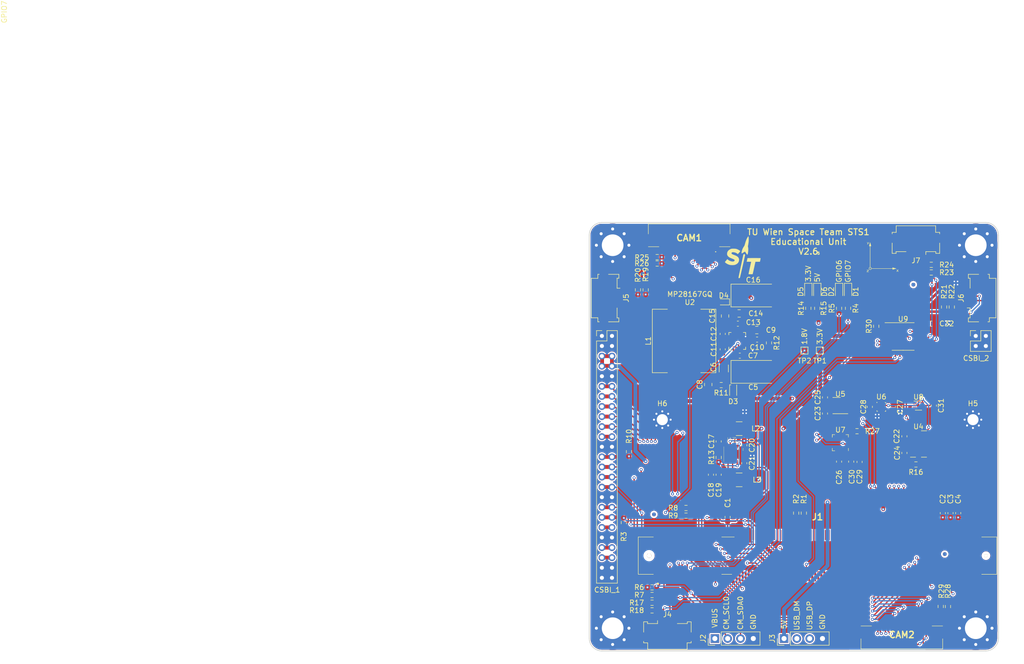
<source format=kicad_pcb>
(kicad_pcb (version 20211014) (generator pcbnew)
  (layers (0 "F.Cu" signal) (1 "In1.Cu" power) (2 "In2.Cu" mixed) (31 "B.Cu" signal) (34 "B.Paste" user) (35 "F.Paste" user) (36 "B.SilkS" user "B.Silkscreen") (37 "F.SilkS" user "F.Silkscreen") (38 "B.Mask" user) (39 "F.Mask" user) (44 "Edge.Cuts" user))
  (net 0 "")
  (net 1 "3V3")
  (net 2 "UART_COBC_EDU_2")
  (net 3 "UART_COBC_EDU_1")
  (net 4 "EDU_EN")
  (net 5 "VBUS")
  (net 6 "AGND")
  (net 7 "1V8")
  (net 8 "5V")
  (net 9 "Net-(C8-Pad1)")
  (net 10 "Net-(C9-Pad1)")
  (net 11 "Net-(C10-Pad1)")
  (net 12 "Net-(C11-Pad1)")
  (net 13 "Net-(C11-Pad2)")
  (net 14 "Net-(C12-Pad1)")
  (net 15 "Net-(C12-Pad2)")
  (net 16 "Net-(C17-Pad1)")
  (net 17 "Net-(C26-Pad2)")
  (net 18 "Dosi_En")
  (net 19 "CM_SCL0")
  (net 20 "CM_SDA0")
  (net 21 "EDU_Boot_Pin")
  (net 22 "Net-(D1-Pad2)")
  (net 23 "Net-(D2-Pad2)")
  (net 24 "Net-(D5-Pad2)")
  (net 25 "Net-(D6-Pad2)")
  (net 29 "RUN")
  (net 37 "USB_DM")
  (net 39 "USB_DP")
  (net 41 "CAM1_D0_N")
  (net 43 "CAM1_D0_P")
  (net 46 "CAM1_D1_N")
  (net 48 "CAM1_D1_P")
  (net 49 "CAM0_D1_N")
  (net 50 "CAM1_CK_N")
  (net 51 "CAM0_D1_P")
  (net 52 "CAM1_CK_P")
  (net 53 "CAM0_CK_N")
  (net 54 "CAM1_D2_N")
  (net 55 "CAM0_CK_P")
  (net 56 "CAM1_D2_P")
  (net 57 "CAM0_D0_N")
  (net 58 "CAM1_D3_N")
  (net 59 "CAM0_D0_P")
  (net 60 "CAM1_D3_P")
  (net 91 "GPIO_27")
  (net 93 "GPIO_26")
  (net 94 "Net-(J1-Pad84)")
  (net 95 "GPIO_25")
  (net 96 "Net-(J1-Pad82)")
  (net 97 "GPIO_24")
  (net 103 "EDU_SPI_1")
  (net 105 "EDU_SPI_2")
  (net 107 "EDU_SPI_3")
  (net 109 "EDU_SPI_4")
  (net 111 "EDU_SPI_5")
  (net 113 "EDU_SPI_6")
  (net 114 "EDU_UPDATE")
  (net 116 "EDU_Heartbeat")
  (net 118 "CM_RX")
  (net 120 "CM_TX")
  (net 122 "CAM1_IO0")
  (net 124 "CAM1_IO1")
  (net 126 "CM_SDA1")
  (net 128 "CM_SCL1")
  (net 130 "GPIO_7")
  (net 132 "GPIO_6")
  (net 134 "CAM0_IO1")
  (net 136 "CAM0_IO0")
  (net 143 "UV_SDA0")
  (net 144 "UV_SCL0")
  (net 145 "UV_SDA1")
  (net 146 "UV_SCL1")
  (net 147 "UV_SDA2")
  (net 148 "UV_SCL2")
  (net 149 "UV_SDA3")
  (net 150 "UV_SCL3")
  (net 151 "Net-(L2-Pad1)")
  (net 152 "Net-(L3-Pad1)")
  (net 153 "Net-(R16-Pad2)")
  (net 154 "Net-(R27-Pad2)")
  (net 164 "CAM0_D3_P")
  (net 165 "CAM0_D3_N")
  (net 166 "CAM0_D2_P")
  (net 167 "CAM0_D2_N")
  (footprint "Fiducial:Fiducial_0.75mm_Mask1.5mm" (layer "F.Cu") (at 180.262 54.119)
    (fp_text reference "FID2" hide)
    (fp_text value "Fiducial")
  )
  (footprint "Fiducial:Fiducial_0.75mm_Mask1.5mm" (layer "F.Cu") (at 129.462 52.468)
    (fp_text reference "FID3" hide)
    (fp_text value "Fiducial")
  )
  (footprint "Fiducial:Fiducial_0.75mm_Mask1.5mm" (layer "F.Cu") (at 128.827 99.712)
    (fp_text reference "FID4" hide)
    (fp_text value "Fiducial")
  )
  (footprint "MountingHole:MountingHole_4.3mm_M4_Pad_Via" (layer "F.Cu") (at 192.63254 46.3)
    (fp_text reference "H2" hide)
    (fp_text value "MountingHole_Pad" hide)
  )
  (footprint "MountingHole:MountingHole_4.3mm_M4_Pad_Via" (layer "F.Cu") (at 120.63254 122.3)
    (fp_text reference "H3" hide)
    (fp_text value "MountingHole_Pad" hide)
  )
  (footprint "MountingHole:MountingHole_4.3mm_M4_Pad_Via" (layer "F.Cu") (at 192.63254 122.3)
    (fp_text reference "H4" hide)
    (fp_text value "MountingHole_Pad" hide)
  )
  (footprint "STS:Coordinates" (layer "F.Cu") (at 174.166 48.658)
    (fp_text reference "U1" hide)
    (fp_text value "coordinate_system" hide)
  )
  (footprint "Fiducial:Fiducial_0.75mm_Mask1.5mm" (layer "F.Cu") (at 186.485 107.586)
    (fp_text reference "FID1" hide)
    (fp_text value "Fiducial")
  )
  (footprint "MountingHole:MountingHole_4.3mm_M4_Pad_Via" (layer "F.Cu") (at 120.63254 46.3)
    (fp_text reference "H1" hide)
    (fp_text value "MountingHole_Pad" hide)
  )
  (footprint "Connector_PinHeader_2.00mm:PinHeader_2x25_P2.00mm_Vertical" (layer "F.Cu") (at 118.5 64.3)
    (fp_text reference "CSBI_1")
    (fp_text value "Conn_02x25_Odd_Even")
  )
  (footprint "Resistor_SMD:R_0603_1608Metric_Pad0.98x0.95mm_HandSolder" (layer "F.Cu") (at 122.858 101.3395 -90)
    (fp_text reference "R3")
    (fp_text value "10k")
  )
  (footprint "Resistor_SMD:R_0603_1608Metric_Pad0.98x0.95mm_HandSolder" (layer "F.Cu") (at 187.882 58.564 -90)
    (fp_text reference "R22")
    (fp_text value "4k7")
  )
  (footprint "Package_CSP:WLCSP-12_1.56x1.56mm_P0.4mm" (layer "F.Cu") (at 173.912 78.376)
    (fp_text reference "U6")
    (fp_text value "BMM150")
  )
  (footprint "Capacitor_SMD:C_0805_2012Metric" (layer "F.Cu") (at 149.216411 63.136)
    (fp_text reference "C9")
    (fp_text value "1uF")
  )
  (footprint "Capacitor_SMD:C_0603_1608Metric_Pad1.08x0.95mm_HandSolder" (layer "F.Cu") (at 165.53 89.24 90)
    (fp_text reference "C26")
    (fp_text value "10nF 25V")
  )
  (footprint "Capacitor_SMD:C_0603_1608Metric_Pad1.08x0.95mm_HandSolder" (layer "F.Cu") (at 189.152 99.458 90)
    (fp_text reference "C4")
    (fp_text value "47u")
  )
  (footprint "Resistor_SMD:R_0603_1608Metric" (layer "F.Cu") (at 151.634348 65.681851 90)
    (fp_text reference "R12")
    (fp_text value "21k5")
  )
  (footprint "Resistor_SMD:R_0603_1608Metric_Pad0.98x0.95mm_HandSolder" (layer "F.Cu") (at 128.446 118.762 180)
    (fp_text reference "R18")
    (fp_text value "4k7")
  )
  (footprint "Package_TO_SOT_SMD:SOT-563" (layer "F.Cu") (at 181.278 78.122)
    (fp_text reference "U8")
    (fp_text value "TMP112AIDRLT")
  )
  (footprint "Capacitor_SMD:C_0603_1608Metric_Pad1.08x0.95mm_HandSolder" (layer "F.Cu") (at 141.654 91.838 -90)
    (fp_text reference "C19")
    (fp_text value "10u")
  )
  (footprint "Resistor_SMD:R_0603_1608Metric_Pad0.98x0.95mm_HandSolder" (layer "F.Cu") (at 159.434 58.818 90)
    (fp_text reference "R14")
    (fp_text value "2k7")
  )
  (footprint "Resistor_SMD:R_0603_1608Metric_Pad0.98x0.95mm_HandSolder" (layer "F.Cu") (at 185.686 117.9815 90)
    (fp_text reference "R29")
    (fp_text value "1k8")
  )
  (footprint "Capacitor_SMD:C_0805_2012Metric" (layer "F.Cu") (at 139.588695 73.943068 90)
    (fp_text reference "C8")
    (fp_text value "1uF")
  )
  (footprint "Connector_PinHeader_2.54mm:PinHeader_1x04_P2.54mm_Vertical" (layer "F.Cu") (at 140.902 124.35 90)
    (fp_text reference "J2")
    (fp_text value "Conn_01x04")
  )
  (footprint "STS_Package_DFN_QFN:SGP1610N2" (layer "F.Cu") (at 144.534186 75.109192)
    (fp_text reference "D3")
    (fp_text value "UCLAMP0871P.TNT ")
  )
  (footprint "Capacitor_SMD:C_0603_1608Metric_Pad1.08x0.95mm_HandSolder" (layer "F.Cu") (at 162.736 79.699 90)
    (fp_text reference "C23")
    (fp_text value "100nF")
  )
  (footprint "Resistor_SMD:R_0603_1608Metric" (layer "F.Cu") (at 142.162 74.058 180)
    (fp_text reference "R11")
    (fp_text value "100mR")
  )
  (footprint "Connector_FFC-FPC:Molex_200528-0040_1x04-1MP_P1.00mm_Horizontal" (layer "F.Cu") (at 120.692 56.786 -90)
    (fp_text reference "J5")
    (fp_text value "Conn_01x04")
  )
  (footprint "Inductor_SMD:L_1210_3225Metric_Pad1.42x2.65mm_HandSolder" (layer "F.Cu") (at 145.718 92.854)
    (fp_text reference "L3")
    (fp_text value "4u7")
  )
  (footprint "Capacitor_SMD:C_0603_1608Metric_Pad1.08x0.95mm_HandSolder" (layer "F.Cu") (at 171.626 78.376 -90)
    (fp_text reference "C28")
    (fp_text value "100nF")
  )
  (footprint "Capacitor_Tantalum_SMD:CP_EIA-7343-43_Kemet-X" (layer "F.Cu") (at 148.512 71.428173)
    (fp_text reference "C5")
    (fp_text value "100uF")
  )
  (footprint "Diode_SMD:D_SOD-523" (layer "F.Cu") (at 142.67 57.548 180)
    (fp_text reference "D4")
    (fp_text value "AQ1003-01LTG ")
  )
  (footprint "Resistor_SMD:R_0603_1608Metric_Pad0.98x0.95mm_HandSolder" (layer "F.Cu") (at 141.654 88.41415 90)
    (fp_text reference "R13")
    (fp_text value "100k")
  )
  (footprint "TestPoint:TestPoint_Pad_1.0x1.0mm" (layer "F.Cu") (at 161.72 67.2)
    (fp_text reference "TP1")
    (fp_text value "TestPoint")
  )
  (footprint "Package_SO:TSSOP-16_4.4x5mm_P0.65mm" (layer "F.Cu") (at 178.23 64.406)
    (fp_text reference "U9")
    (fp_text value "PCA9546APW")
  )
  (footprint "Resistor_SMD:R_0603_1608Metric_Pad0.98x0.95mm_HandSolder" (layer "F.Cu") (at 165.53 58.818 90)
    (fp_text reference "R5")
    (fp_text value "1k")
  )
  (footprint "Resistor_SMD:R_0603_1608Metric_Pad0.98x0.95mm_HandSolder" (layer "F.Cu") (at 172.896 62.374 90)
    (fp_text reference "R30")
    (fp_text value "4k7")
  )
  (footprint "Resistor_SMD:R_0603_1608Metric_Pad0.98x0.95mm_HandSolder" (layer "F.Cu") (at 187.12 118 90)
    (fp_text reference "R28")
    (fp_text value "1k8")
  )
  (footprint "Connector_FFC-FPC:Molex_200528-0040_1x04-1MP_P1.00mm_Horizontal" (layer "F.Cu") (at 131.494 122.198)
    (fp_text reference "J4")
    (fp_text value "Conn_01x04")
  )
  (footprint "Capacitor_SMD:C_0603_1608Metric_Pad1.08x0.95mm_HandSolder" (layer "F.Cu") (at 146.734 89.552 90)
    (fp_text reference "C21")
    (fp_text value "10u")
  )
  (footprint "TestPoint:TestPoint_Pad_1.0x1.0mm" (layer "F.Cu") (at 158.672 67.2)
    (fp_text reference "TP2")
    (fp_text value "TestPoint")
  )
  (footprint "STS_Logo:STLogo_7x8" (layer "F.Cu") (at 146.48 48.658)
    (fp_text reference "U10" hide)
    (fp_text value "coordinate_system" hide)
  )
  (footprint "Connector_FFC-FPC:Molex_200528-0040_1x04-1MP_P1.00mm_Horizontal" (layer "F.Cu") (at 192.334 56.786 90)
    (fp_text reference "J6")
    (fp_text value "Conn_01x04")
  )
  (footprint "Capacitor_SMD:C_0603_1608Metric" (layer "F.Cu") (at 142.454832 66.960372 -90)
    (fp_text reference "C11")
    (fp_text value "100nF")
  )
  (footprint "Resistor_SMD:R_0603_1608Metric_Pad0.98x0.95mm_HandSolder" (layer "F.Cu") (at 129.462 49.928 180)
    (fp_text reference "R26")
    (fp_text value "1k8")
  )
  (footprint "MountingHole:MountingHole_2.2mm_M2_Pad_Via" (layer "F.Cu") (at 130.478 80.916)
    (fp_text reference "H6")
    (fp_text value "MountingHole_Pad")
  )
  (footprint "Resistor_SMD:R_0603_1608Metric_Pad0.98x0.95mm_HandSolder" (layer "F.Cu") (at 128.446 115.714 180)
    (fp_text reference "R7")
    (fp_text value "4k7")
  )
  (footprint "Capacitor_SMD:C_0603_1608Metric" (layer "F.Cu") (at 145.848411 68.216)
    (fp_text reference "C7")
    (fp_text value "100nF")
  )
  (footprint "Resistor_SMD:R_0603_1608Metric_Pad0.98x0.95mm_HandSolder" (layer "F.Cu") (at 161.212 58.818 90)
    (fp_text reference "R15")
    (fp_text value "3k3")
  )
  (footprint "Capacitor_SMD:C_0603_1608Metric_Pad1.08x0.95mm_HandSolder" (layer "F.Cu") (at 184.326 78.122 -90)
    (fp_text reference "C31")
    (fp_text value "0.01µF")
  )
  (footprint "Resistor_SMD:R_0603_1608Metric_Pad0.98x0.95mm_HandSolder" (layer "F.Cu") (at 186.358 58.564 -90)
    (fp_text reference "R21")
    (fp_text value "4k7")
  )
  (footprint "Resistor_SMD:R_0603_1608Metric_Pad0.98x0.95mm_HandSolder" (layer "F.Cu") (at 129.462 48.658 180)
    (fp_text reference "R25")
    (fp_text value "1k8")
  )
  (footprint "54548-2271:545482271" (layer "F.Cu") (at 135.812 44.848 180)
    (fp_text reference "CAM1")
    (fp_text value "54548-2271" hide)
  )
  (footprint "Resistor_SMD:R_0603_1608Metric_Pad0.98x0.95mm_HandSolder" (layer "F.Cu") (at 127.176 55.1585 90)
    (fp_text reference "R19")
    (fp_text value "4k7")
  )
  (footprint "Capacitor_SMD:C_0603_1608Metric_Pad1.08x0.95mm_HandSolder" (layer "F.Cu") (at 187.628 99.458 90)
    (fp_text reference "C3")
    (fp_text value "47u")
  )
  (footprint "Resistor_SMD:R_0603_1608Metric_Pad0.98x0.95mm_HandSolder" (layer "F.Cu") (at 125.652 55.1585 90)
    (fp_text reference "R20")
    (fp_text value "4k7")
  )
  (footprint "Resistor_SMD:R_0603_1608Metric_Pad0.98x0.95mm_HandSolder" (layer "F.Cu") (at 169.086 83.202 180)
    (fp_text reference "R27")
    (fp_text value "5k")
  )
  (footprint "Capacitor_SMD:C_0603_1608Metric" (layer "F.Cu") (at 145.464 61.866)
    (fp_text reference "C13")
    (fp_text value "100nF")
  )
  (footprint "Capacitor_SMD:C_0603_1608Metric_Pad1.08x0.95mm_HandSolder" (layer "F.Cu") (at 162.736 76.4975 90)
    (fp_text reference "C25")
    (fp_text value "100nF")
  )
  (footprint "Capacitor_SMD:C_0805_2012Metric" (layer "F.Cu") (at 142.924 60.342 90)
    (fp_text reference "C15")
    (fp_text value "10uF")
  )
  (footprint "Capacitor_SMD:C_0603_1608Metric" (layer "F.Cu") (at 142.454832 63.898 90)
    (fp_text reference "C12")
    (fp_text value "100nF")
  )
  (footprint "Capacitor_SMD:C_0603_1608Metric_Pad1.08x0.95mm_HandSolder" (layer "F.Cu") (at 186.104 99.458 90)
    (fp_text reference "C2")
    (fp_text value "47u")
  )
  (footprint "Capacitor_SMD:C_0603_1608Metric_Pad1.08x0.95mm_HandSolder" (layer "F.Cu") (at 178.484 84.218 -90)
    (fp_text reference "C22")
    (fp_text value "0.1µF")
  )
  (footprint "Connector_PinHeader_2.54mm:PinHeader_1x04_P2.54mm_Vertical" (layer "F.Cu") (at 154.618 124.35 90)
    (fp_text reference "J3")
    (fp_text value "Conn_01x04")
  )
  (footprint "Resistor_SMD:R_0603_1608Metric_Pad0.98x0.95mm_HandSolder" (layer "F.Cu") (at 157.021 99.458 90)
    (fp_text reference "R2")
    (fp_text value "100k")
  )
  (footprint "Connector_PinHeader_2.00mm:PinHeader_2x02_P2.00mm_Vertical" (layer "F.Cu") (at 192.63 64.3)
    (fp_text reference "CSBI_2")
    (fp_text value "Conn_02x02_Odd_Even")
  )
  (footprint "Connector_FFC-FPC:Molex_200528-0040_1x04-1MP_P1.00mm_Horizontal" (layer "F.Cu") (at 180.77 46.746 180)
    (fp_text reference "J7")
    (fp_text value "Conn_01x04")
  )
  (footprint "Package_LGA:LGA-14_3x5mm_P0.8mm_LayoutBorder1x6y" (layer "F.Cu") (at 181.278 85.742)
    (fp_text reference "U4")
    (fp_text value "ADXL345BCCZ-RL")
  )
  (footprint "LED_SMD:LED_0603_1608Metric_Pad1.05x0.95mm_HandSolder" (layer "F.Cu") (at 165.53 55.516 -90)
    (fp_text reference "D2")
    (fp_text value "LED")
  )
  (footprint "Capacitor_SMD:C_0603_1608Metric_Pad1.08x0.95mm_HandSolder" (layer "F.Cu") (at 167.936 89.24 -90)
    (fp_text reference "C30")
    (fp_text value "10uF")
  )
  (footprint "Capacitor_SMD:C_0603_1608Metric_Pad1.08x0.95mm_HandSolder" (layer "F.Cu") (at 140.13 91.838 -90)
    (fp_text reference "C18")
    (fp_text value "10u")
  )
  (footprint "Resistor_SMD:R_0603_1608Metric_Pad0.98x0.95mm_HandSolder" (layer "F.Cu") (at 135.177 98.442 180)
    (fp_text reference "R8")
    (fp_text value "4k7")
  )
  (footprint "LED_SMD:LED_0603_1608Metric_Pad1.05x0.95mm_HandSolder" (layer "F.Cu") (at 159.434 55.516 -90)
    (fp_text reference "D5")
    (fp_text value "LED")
  )
  (footprint "Resistor_SMD:R_0603_1608Metric_Pad0.98x0.95mm_HandSolder" (layer "F.Cu") (at 128.446 117.238 180)
    (fp_text reference "R17")
    (fp_text value "4k7")
  )
  (footprint "Capacitor_SMD:C_0603_1608Metric_Pad1.08x0.95mm_HandSolder" (layer "F.Cu") (at 141.654 85.234 90)
    (fp_text reference "C17")
    (fp_text value "100n")
  )
  (footprint "Resistor_SMD:R_0603_1608Metric_Pad0.98x0.95mm_HandSolder" (layer "F.Cu") (at 158.545 99.458 90)
    (fp_text reference "R1")
    (fp_text value "100k")
  )
  (footprint "Package_LGA:Bosch_LGA-8_3x3mm_P0.8mm_ClockwisePinNumbering" (layer "F.Cu") (at 165.784 78.122 -90)
    (fp_text reference "U5")
    (fp_text value "BME688")
  )
  (footprint "Capacitor_SMD:C_0603_1608Metric_Pad1.08x0.95mm_HandSolder" (layer "F.Cu") (at 176.198 78.376 -90)
    (fp_text reference "C27")
    (fp_text value "100nF")
  )
  (footprint "Capacitor_SMD:C_0603_1608Metric_Pad1.08x0.95mm_HandSolder" (layer "F.Cu") (at 183.818 61.866)
    (fp_text reference "C32")
    (fp_text value "1µF")
  )
  (footprint "Resistor_SMD:R_0603_1608Metric_Pad0.98x0.95mm_HandSolder" (layer "F.Cu") (at 123.874 87.266 90)
    (fp_text reference "R10")
    (fp_text value "4k7")
  )
  (footprint "Resistor_SMD:R_0603_1608Metric_Pad0.98x0.95mm_HandSolder" (layer "F.Cu") (at 183.818 50.182)
    (fp_text reference "R24")
    (fp_text value "4k7")
  )
  (footprint "Resistor_SMD:R_0603_1608Metric_Pad0.98x0.95mm_HandSolder" (layer "F.Cu") (at 183.818 51.706)
    (fp_text reference "R23")
    (fp_text value "4k7")
  )
  (footprint "Resistor_SMD:R_0603_1608Metric_Pad0.98x0.95mm_HandSolder" (layer "F.Cu") (at 128.446 114.19 180)
    (fp_text reference "R6")
    (fp_text value "4k7")
  )
  (footprint "Inductor_SMD:L_1210_3225Metric_Pad1.42x2.65mm_HandSolder" (layer "F.Cu") (at 145.718 82.694)
    (fp_text reference "L2")
    (fp_text value "4u7")
  )
  (footprint "Package_LGA:LGA-16_3x3mm_P0.5mm" (layer "F.Cu") (at 165.784 85.488 180)
    (fp_text reference "U7")
    (fp_text value "L3GD20H")
  )
  (footprint "Capacitor_SMD:C_0603_1608Metric_Pad1.08x0.95mm_HandSolder" (layer "F.Cu") (at 169.594 89.298 -90)
    (fp_text reference "C29")
    (fp_text value "100nF")
  )
  (footprint "54548-2271:545482271" (layer "F.Cu") (at 177.972 123.606)
    (fp_text reference "CAM2")
    (fp_text value "54548-2271" hide)
  )
  (footprint "LED_SMD:LED_0603_1608Metric_Pad1.05x0.95mm_HandSolder" (layer "F.Cu") (at 161.212 55.516 -90)
    (fp_text reference "D6")
    (fp_text value "LED")
  )
  (footprint "Capacitor_SMD:C_0805_2012Metric" (layer "F.Cu") (at 145.718 59.834)
    (fp_text reference "C14")
    (fp_text value "10uF")
  )
  (footprint "PAM2306AYPKE:SON45P300X300X80-13N" (layer "F.Cu") (at 144.194 87.774 90)
    (fp_text reference "U3")
    (fp_text value "~")
  )
  (footprint "Capacitor_SMD:C_0603_1608Metric_Pad1.08x0.95mm_HandSolder" (layer "F.Cu") (at 178.484 87.52 90)
    (fp_text reference "C24")
    (fp_text value "1µF")
  )
  (footprint "Inductor_SMD:L_12x12mm_H6mm" (layer "F.Cu") (at 134.796 65.292 90)
    (fp_text reference "L1")
    (fp_text value "4.7uH")
  )
  (footprint "LED_SMD:LED_0603_1608Metric_Pad1.05x0.95mm_HandSolder" (layer "F.Cu") (at 167.308 55.516 -90)
    (fp_text reference "D1")
    (fp_text value "LED")
  )
  (footprint "Resistor_SMD:R_0603_1608Metric_Pad0.98x0.95mm_HandSolder" (layer "F.Cu") (at 167.308 58.818 90)
    (fp_text reference "R4")
    (fp_text value "1k")
  )
  (footprint "Capacitor_SMD:C_0603_1608Metric_Pad1.08x0.95mm_HandSolder" (layer "F.Cu") (at 146.734 85.996 -90)
    (fp_text reference "C20")
    (fp_text value "10u")
  )
  (footprint "Resistor_SMD:R_0603_1608Metric_Pad0.98x0.95mm_HandSolder" (layer "F.Cu") (at 180.77 89.806)
    (fp_text reference "R16")
    (fp_text value "5k")
  )
  (footprint "Resistor_SMD:R_0603_1608Metric_Pad0.98x0.95mm_HandSolder" (layer "F.Cu") (at 135.177 99.966 180)
    (fp_text reference "R9")
    (fp_text value "4k7")
  )
  (footprint "Capacitor_SMD:C_1206_3216Metric" (layer "F.Cu") (at 142.67 70.756 -90)
    (fp_text reference "C6")
    (fp_text value "22uF")
  )
  (footprint "Capacitor_Tantalum_SMD:CP_EIA-7343-43_Kemet-X" (layer "F.Cu") (at 148.512 56.278)
    (fp_text reference "C16")
    (fp_text value "100uF")
  )
  (footprint "Capacitor_SMD:C_0603_1608Metric_Pad1.08x0.95mm_HandSolder" (layer "F.Cu") (at 143.432 100.22 90)
    (fp_text reference "C1")
    (fp_text value "1u")
  )
  (footprint "1717254-4:17172544" (layer "F.Cu") (at 161.258726 107.902107 180)
    (fp_text reference "J1")
    (fp_text value "SODIMM-200" hide)
  )
  (footprint "Capacitor_SMD:C_0603_1608Metric" (layer "F.Cu") (at 149.274 65.021515)
    (fp_text reference "C10")
    (fp_text value "22nF")
  )
  (footprint "MountingHole:MountingHole_2.2mm_M2_Pad_Via" (layer "F.Cu") (at 192.078 80.916)
    (fp_text reference "H5")
    (fp_text value "MountingHole_Pad")
  )
  (footprint "STS_Package_DFN_QFN:MP28167_QFN16" (layer "F.Cu") (at 145.340411 65.292 90)
    (fp_text reference "U2")
    (fp_text value "MP28167GQ")
  )
  (footprint "Fiducial:Fiducial_0.75mm_Mask1.5mm" (layer "B.Cu") (at 128.827 99.712)
    (fp_text reference "FID5" hide)
    (fp_text value "Fiducial")
  )
  (footprint "Fiducial:Fiducial_0.75mm_Mask1.5mm" (layer "B.Cu") (at 126.534 51.96)
    (fp_text reference "FID7" hide)
    (fp_text value "Fiducial")
  )
  (footprint "Fiducial:Fiducial_0.75mm_Mask1.5mm" (layer "B.Cu") (at 186.485 107.586)
    (fp_text reference "FID8" hide)
    (fp_text value "Fiducial")
  )
  (footprint "Fiducial:Fiducial_0.75mm_Mask1.5mm" (layer "B.Cu") (at 180.262 54.119)
    (fp_text reference "FID6" hide)
    (fp_text value "Fiducial")
  )
  (gr_line (start 194.59254 41.8) (end 118.5 41.8) (layer "Edge.Cuts") (width 0.15))
  (gr_line (start 116 44.3) (end 116 124.3) (layer "Edge.Cuts") (width 0.15))
  (gr_arc (start 194.59254 41.8) (mid 196.388591 42.543949) (end 197.13254 44.34) (layer "Edge.Cuts") (width 0.15))
  (gr_arc (start 197.13254 124.26) (mid 196.388591 126.056051) (end 194.59254 126.8) (layer "Edge.Cuts") (width 0.15))
  (gr_arc (start 118.5 126.8) (mid 116.732233 126.067767) (end 116 124.3) (layer "Edge.Cuts") (width 0.15))
  (gr_line (start 197.13254 124.26) (end 197.13254 44.34) (layer "Edge.Cuts") (width 0.15))
  (gr_line (start 118.5 126.8) (end 194.59254 126.8) (layer "Edge.Cuts") (width 0.15))
  (gr_arc (start 116 44.3) (mid 116.732233 42.532233) (end 118.5 41.8) (layer "Edge.Cuts") (width 0.15))
  (gr_text "3.3V" (at 159.434 51.96 90) (layer "F.SilkS") (effects (font (size 1 1))))
  (gr_text "VBUS" (at 140.892 120.286 90) (layer "F.SilkS") (effects (font (size 1 1))))
  (gr_text "USB_DP" (at 159.688 119.780822 90) (layer "F.SilkS") (effects (font (size 1 1))))
  (gr_text "3.3V" (at 161.72 64.406 90) (layer "F.SilkS") (effects (font (size 1 1))))
  (gr_text "CM_SCL0" (at 143.178 119.27 90) (layer "F.SilkS") (effects (font (size 1 1))))
  (gr_text "GND" (at 162.228 121.048 90) (layer "F.SilkS") (effects (font (size 1 1))))
  (gr_text "GND" (at 148.512 121.048 90) (layer "F.SilkS") (effects (font (size 1 1))))
  (gr_text "GPIO7" (at 0 0 90) (layer "F.SilkS") (effects (font (size 1 1))))
  (gr_text "TU Wien Space Team STS1\nEducational Unit\nV2.6" (at 159.434 45.61) (layer "F.SilkS") (effects (font (size 1.2 1.2) (thickness 0.2))))
  (gr_text "5" (at 161.466 47.896) (layer "F.SilkS") (effects (font (size 0.5 0.5) (thickness 0.125))))
  (gr_text "USB_DM" (at 157.148 119.778 90) (layer "F.SilkS") (effects (font (size 1 1))))
  (gr_text "5V" (at 161.212 52.722 90) (layer "F.SilkS") (effects (font (size 1 1))))
  (gr_text "GPIO7" (at 167.308 51.452 90) (layer "F.SilkS") (effects (font (size 1 1))))
  (gr_text "5V" (at 154.608 121.556 90) (layer "F.SilkS") (effects (font (size 1 1))))
  (gr_text "1.8V" (at 158.672 64.406 90) (layer "F.SilkS") (effects (font (size 1 1))))
  (gr_text "CM_SDA0" (at 145.972 119.27 90) (layer "F.SilkS") (effects (font (size 1 1))))
  (gr_text "GPIO6" (at 165.53 51.452 90) (layer "F.SilkS") (effects (font (size 1 1))))
  (segment (start 190.508726 103.802107) (end 191.108726 103.802107) (width 0.254) (layer "F.Cu") (net 1))
  (segment (start 188.1595 117.0875) (end 187.12 117.0875) (width 0.254) (layer "F.Cu") (net 1))
  (segment (start 189.908726 102.246726) (end 189.908726 103.802107) (width 0.254) (layer "F.Cu") (net 1))
  (segment (start 127.5335 115.714) (end 127.5335 117.238) (width 0.762) (layer "F.Cu") (net 1))
  (segment (start 182.9555 57.7755) (end 182.9555 60.6965) (width 0.508) (layer "F.Cu") (net 1))
  (segment (start 187.12 117.0875) (end 185.7045 117.0875) (width 0.254) (layer "F.Cu") (net 1))
  (segment (start 183.2865 59.4765) (end 186.358 59.4765) (width 0.508) (layer "F.Cu") (net 1))
  (segment (start 163.5455 78.8365) (end 163.879 78.503) (width 0.254) (layer "F.Cu") (net 1))
  (segment (start 129.317 46.898) (end 128.5495 47.6655) (width 0.254) (layer "F.Cu") (net 1))
  (segment (start 121.602 55.286) (end 123.088 55.286) (width 0.508) (layer "F.Cu") (net 1))
  (segment (start 182.27 47.656) (end 183.324 47.656) (width 0.508) (layer "F.Cu") (net 1))
  (segment (start 149.6815 90.4145) (end 146.734 90.4145) (width 0.254) (layer "F.Cu") (net 1))
  (segment (start 162.6885 78.884) (end 162.736 78.8365) (width 0.762) (layer "F.Cu") (net 1))
  (segment (start 188.1595 120.2625) (end 188.1595 117.0875) (width 0.254) (layer "F.Cu") (net 1))
  (segment (start 176.198 80.662) (end 176.198 79.2385) (width 0.762) (layer "F.Cu") (net 1))
  (segment (start 186.358 59.4765) (end 187.882 59.4765) (width 0.508) (layer "F.Cu") (net 1))
  (segment (start 143.458107 103.802107) (end 141.308726 103.802107) (width 0.254) (layer "F.Cu") (net 1))
  (segment (start 127.5335 117.238) (end 127.5335 118.762) (width 0.762) (layer "F.Cu") (net 1))
  (segment (start 134.2645 97.1955) (end 134.2645 98.442) (width 0.254) (layer "F.Cu") (net 1))
  (segment (start 190.508726 111.702107) (end 190.508726 103.802107) (width 0.254) (layer "F.Cu") (net 1))
  (segment (start 184.146 75.635) (end 184.199 75.582) (width 0.762) (layer "F.Cu") (net 1))
  (segment (start 143.432 101.0825) (end 144.9825 101.0825) (width 0.254) (layer "F.Cu") (net 1))
  (segment (start 157.402 59.199) (end 157.9335 59.7305) (width 0.508) (layer "F.Cu") (net 1))
  (segment (start 127.5335 114.19) (end 127.5335 115.714) (width 0.762) (layer "F.Cu") (net 1))
  (segment (start 161.794 75.635) (end 161.794 67.274) (width 0.762) (layer "F.Cu") (net 1))
  (segment (start 163.3095 75.635) (end 164.5965 76.922) (width 0.254) (layer "F.Cu") (net 1))
  (segment (start 171.425 75.635) (end 171.626 75.836) (width 0.762) (layer "F.Cu") (net 1))
  (segment (start 144.9825 101.0825) (end 151.433 94.632) (width 0.254) (layer "F.Cu") (net 1))
  (segment (start 177.595 82.821) (end 176.833 83.583) (width 0.762) (layer "F.Cu") (net 1))
  (segment (start 129.994 121.288) (end 127.5335 118.8275) (width 0.254) (layer "F.Cu") (net 1))
  (segment (start 167.562 64.279) (end 170.3795 61.4615) (width 0.762) (layer "F.Cu") (net 1))
  (segment (start 174.478 78.942) (end 174.7745 79.2385) (width 0.254) (layer "F.Cu") (net 1))
  (segment (start 169.9985 84.8295) (end 169.9985 83.202) (width 0.254) (layer "F.Cu") (net 1))
  (segment (start 160.831 78.757) (end 160.831 75.709) (width 0.762) (layer "F.Cu") (net 1))
  (segment (start 160.704 78.884) (end 162.6885 78.884) (width 0.762) (layer "F.Cu") (net 1))
  (segment (start 189.608726 116.527274) (end 189.0485 117.0875) (width 0.254) (layer "F.Cu") (net 1))
  (segment (start 147.2055 82.694) (end 150.163 82.694) (width 0.762) (layer "F.Cu") (net 1))
  (segment (start 127.5335 118.8275) (end 127.5335 118.762) (width 0.254) (layer "F.Cu") (net 1))
  (segment (start 173.3005 61.4615) (end 173.912 60.85) (width 0.762) (layer "F.Cu") (net 1))
  (segment (start 172.134 83.202) (end 169.9985 83.202) (width 0.762) (layer "F.Cu") (net 1))
  (segment (start 172.896 61.4615) (end 173.3005 61.4615) (width 0.762) (layer "F.Cu") (net 1))
  (segment (start 190.2335 59.4765) (end 191.424 58.286) (width 0.508) (layer "F.Cu") (net 1))
  (segment (start 166.534 86.763) (end 166.534 86.9755) (width 0.254) (layer "F.Cu") (net 1))
  (segment (start 161.72 64.279) (end 167.562 64.279) (width 0.762) (layer "F.Cu") (net 1))
  (segment (start 141.654 52.214) (end 153.973 52.214) (width 0.508) (layer "F.Cu") (net 1))
  (segment (start 185.977 52.722) (end 185.977 54.754) (width 0.508) (layer "F.Cu") (net 1))
  (segment (start 182.6905 62.131) (end 182.9555 61.866) (width 0.508) (layer "F.Cu") (net 1))
  (segment (start 184.961 51.706) (end 185.977 52.722) (width 0.508) (layer "F.Cu") (net 1))
  (segment (start 128.5495 49.928) (end 127.176 51.3015) (width 0.508) (layer "F.Cu") (net 1))
  (segment (start 185.977 54.754) (end 182.9555 57.7755) (width 0.508) (layer "F.Cu") (net 1))
  (segment (start 138.352 97.172) (end 134.288 97.172) (width 0.254) (layer "F.Cu") (net 1))
  (segment (start 144.419 89.274) (end 144.419 90.539) (width 0.254) (layer "F.Cu") (net 1))
  (segment (start 139.622 54.246) (end 141.654 52.214) (width 0.508) (layer "F.Cu") (net 1))
  (segment (start 160.905 75.635) (end 161.794 75.635) (width 0.762) (layer "F.Cu") (net 1))
  (segment (start 184.326 75.709) (end 184.326 77.2595) (width 0.762) (layer "F.Cu") (net 1))
  (segment (start 166.9715 77.722) (end 171.4175 77.722) (width 0.254) (layer "F.Cu") (net 1))
  (segment (start 171.626 75.836) (end 171.626 77.5135) (width 0.762) (layer "F.Cu") (net 1))
  (segment (start 150.6445 90.4145) (end 149.6815 90.4145) (width 0.254) (layer "F.Cu") (net 1))
  (segment (start 161.794 75.635) (end 162.736 75.635) (width 0.762) (layer "F.Cu") (net 1))
  (segment (start 145.508726 103.802107) (end 143.458107 103.802107) (width 0.254) (layer "F.Cu") (net 1))
  (segment (start 186.866 121.556) (end 188.1595 120.2625) (width 0.254) (layer "F.Cu") (net 1))
  (segment (start 154.481 82.694) (end 158.291 78.884) (width 0.762) (layer "F.Cu") (net 1))
  (segment (start 167.059 86.238) (end 168.59 86.238) (width 0.254) (layer "F.Cu") (net 1))
  (segment (start 189.608726 112.002107) (end 189.608726 116.527274) (width 0.254) (layer "F.Cu") (net 1))
  (segment (start 162.736 75.635) (end 163.3095 75.635) (width 0.254) (layer "F.Cu") (net 1))
  (segment (start 184.199 75.582) (end 184.326 75.709) (width 0.762) (layer "F.Cu") (net 1))
  (segment (start 160.704 78.884) (end 160.831 78.757) (width 0.762) (layer "F.Cu") (net 1))
  (segment (start 168.59 86.238) (end 169.9985 84.8295) (width 0.254) (layer "F.Cu") (net 1))
  (segment (start 187.628 100.3205) (end 187.628 100.982) (width 0.254) (layer "F.Cu") (net 1))
  (segment (start 184.7305 51.706) (end 184.961 51.706) (width 0.508) (layer "F.Cu") (net 1))
  (segment (start 189.66 101.998) (end 189.908726 102.246726) (width 0.254) (layer "F.Cu") (net 1))
  (segment (start 162.736 78.8365) (end 163.5455 78.8365) (width 0.254) (layer "F.Cu") (net 1))
  (segment (start 143.432 103.776) (end 143.458107 103.802107) (width 0.254) (layer "F.Cu") (net 1))
  (segment (start 125.652 54.246) (end 127.176 54.246) (width 0.508) (layer "F.Cu") (net 1))
  (segment (start 153.973 52.214) (end 157.402 55.643) (width 0.508) (layer "F.Cu") (net 1))
  (segment (start 166.534 86.9755) (end 167.936 88.3775) (width 0.254) (layer "F.Cu") (net 1))
  (segment (start 171.425 75.635) (end 184.146 75.635) (width 0.762) (layer "F.Cu") (net 1))
  (segment (start 189.908726 103.802107) (end 190.508726 103.802107) (width 0.254) (layer "F.Cu") (net 1))
  (segment (start 178.3305 83.202) (end 178.484 83.3555) (width 0.254) (layer "F.Cu") (net 1))
  (segment (start 178.484 83.3555) (end 179.8915 83.3555) (width 0.254) (layer "F.Cu") (net 1))
  (segment (start 170.3795 61.4615) (end 172.896 61.4615) (width 0.762) (layer "F.Cu") (net 1))
  (segment (start 142.2625 101.0825) (end 140.9555 99.7755) (width 0.254) (layer "F.Cu") (net 1))
  (segment (start 174.7745 79.2385) (end 176.198 79.2385) (width 0.254) (layer "F.Cu") (net 1))
  (segment (start 178.1295 83.3555) (end 178.484 83.3555) (width 0.762) (layer "F.Cu") (net 1))
  (segment (start 164.5775 78.503) (end 164.5965 78.522) (width 0.254) (layer "F.Cu") (net 1))
  (segment (start 184.7305 50.182) (end 184.7305 51.706) (width 0.508) (layer "F.Cu") (net 1))
  (segment (start 173.912 60.85) (end 181.9395 60.85) (width 0.762) (layer "F.Cu") (net 1))
  (segment (start 171.4175 77.722) (end 171.626 77.5135) (width 0.254) (layer "F.Cu") (net 1))
  (segment (start 178.484 88.4325) (end 179.8575 89.806) (width 0.254) (layer "F.Cu") (net 1))
  (segment (start 167.936 88.3775) (end 169.536 88.3775) (width 0.254) (layer "F.Cu") (net 1))
  (segment (start 166.534 86.763) (end 167.059 86.238) (width 0.254) (layer "F.Cu") (net 1))
  (segment (start 161.794 75.635) (end 171.425 75.635) (width 0.762) (layer "F.Cu") (net 1))
  (segment (start 182.028 78.122) (end 183.4635 78.122) (width 0.254) (layer "F.Cu") (net 1))
  (segment (start 178.484 88.3825) (end 178.484 88.4325) (width 0.254) (layer "F.Cu") (net 1))
  (segment (start 179.6375 88.3825) (end 180.278 87.742) (width 0.254) (layer "F.Cu") (net 1))
  (segment (start 127.176 54.246) (end 139.622 54.246) (width 0.508) (layer "F.Cu") (net 1))
  (segment (start 179.8915 83.3555) (end 180.278 83.742) (width 0.254) (layer "F.Cu") (net 1))
  (segment (start 140.9555 99.7755) (end 140.384 100.347) (width 0.254) (layer "F.Cu") (net 1))
  (segment (start 157.9335 59.7305) (end 159.434 59.7305) (width 0.508) (layer "F.Cu") (net 1))
  (segment (start 151.433 94.632) (end 151.433 91.203) (width 0.254) (layer "F.Cu") (net 1))
  (segment (start 171.626 77.5135) (end 173.0495 77.5135) (width 0.254) (layer "F.Cu") (net 1))
  (segment (start 181.0925 62.131) (end 182.6905 62.131) (width 0.508) (layer "F.Cu") (net 1))
  (segment (start 175.817 81.043) (end 176.198 80.662) (width 0.762) (layer "F.Cu") (net 1))
  (segment (start 144.575 90.695) (end 146.4535 90.695) (width 0.254) (layer "F.Cu") (net 1))
  (segment (start 151.433 91.203) (end 150.6445 90.4145) (width 0.254) (layer "F.Cu") (net 1))
  (segment (start 182.9555 60.6965) (end 182.9555 59.8075) (width 0.508) (layer "F.Cu") (net 1))
  (segment (start 140.9555 99.7755) (end 138.352 97.172) (width 0.254) (layer "F.Cu") (net 1))
  (segment (start 146.4535 90.695) (end 146.734 90.4145) (width 0.254) (layer "F.Cu") (net 1))
  (segment (start 173.346 77.81) (end 173.629 78.093) (width 0.254) (layer "F.Cu") (net 1))
  (segment (start 124.128 54.246) (end 125.652 54.246) (width 0.508) (layer "F.Cu") (net 1))
  (segment (start 144.419 90.539) (end 144.575 90.695) (width 0.254) (layer "F.Cu") (net 1))
  (segment (start 149.6815 90.4145) (end 149.6815 83.1755) (width 0.254) (layer "F.Cu") (net 1))
  (segment (start 188.644 101.998) (end 189.66 101.998) (width 0.254) (layer "F.Cu") (net 1))
  (segment (start 183.222 121.556) (end 186.866 121.556) (width 0.254) (layer "F.Cu") (net 1))
  (segment (start 176.833 83.583) (end 176.833 88.028) (width 0.762) (layer "F.Cu") (net 1))
  (segment (start 130.562 46.898) (end 129.317 46.898) (width 0.254) (layer "F.Cu") (net 1))
  (segment (start 159.434 61.993) (end 159.434 59.7305) (width 0.762) (layer "F.Cu") (net 1))
  (segment (start 143.432 101.0825) (end 142.2625 101.0825) (width 0.254) (layer "F.Cu") (net 1))
  (segment (start 185.7045 117.0875) (end 185.686 117.069) (width 0.254) (layer "F.Cu") (net 1))
  (segment (start 166.034 86.763) (end 166.534 86.763) (width 0.254) (layer "F.Cu") (net 1))
  (segment (start 177.1875 88.3825) (end 178.484 88.3825) (width 0.762) (layer "F.Cu") (net 1))
  (segment (start 174.293 81.043) (end 172.134 83.202) (width 0.762) (layer "F.Cu") (net 1))
  (segment (start 169.536 88.3775) (end 169.594 88.4355) (width 0.254) (layer "F.Cu") (net 1))
  (segment (start 182.9555 61.866) (end 182.9555 60.6965) (width 0.508) (layer "F.Cu") (net 1))
  (segment (start 134.288 97.172) (end 134.2645 97.1955) (width 0.254) (layer "F.Cu") (net 1))
  (segment (start 190.808726 112.002107) (end 190.208726 112.002107) (width 0.254) (layer "F.Cu") (net 1))
  (segment (start 127.176 51.3015) (end 127.176 54.246) (width 0.508) (layer "F.Cu") (net 1))
  (segment (start 183.324 47.656) (end 184.7305 49.0625) (width 0.508) (layer "F.Cu") (net 1))
  (segment (start 146.353 114.444) (end 145.208726 113.299726) (width 0.254) (layer "F.Cu") (net 1))
  (segment (start 187.882 59.4765) (end 190.2335 59.4765) (width 0.508) (layer "F.Cu") (net 1))
  (segment (start 187.628 100.982) (end 188.644 101.998) (width 0.254) (layer "F.Cu") (net 1))
  (segment (start 160.831 75.709) (end 160.905 75.635) (width 0.762) (layer "F.Cu") (net 1))
  (segment (start 181.9395 60.85) (end 182.9555 61.866) (width 0.762) (layer "F.Cu") (net 1))
  (segment (start 123.088 55.286) (end 124.128 54.246) (width 0.508) (layer "F.Cu") (net 1))
  (segment (start 149.6815 83.1755) (end 150.163 82.694) (width 0.254) (layer "F.Cu") (net 1))
  (segment (start 161.72 67.2) (end 161.72 64.279) (width 0.762) (layer "F.Cu") (net 1))
  (segment (start 128.5495 48.658) (end 128.5495 49.928) (width 0.508) (layer "F.Cu") (net 1))
  (segment (start 145.208726 113.299726) (end 145.208726 112.002107) (width 0.254) (layer "F.Cu") (net 1))
  (segment (start 173.0495 77.5135) (end 173.346 77.81) (width 0.254) (layer "F.Cu") (net 1))
  (segment (start 143.432 101.0825) (end 143.432 103.776) (width 0.254) (layer "F.Cu") (net 1))
  (segment (start 182.9555 59.8075) (end 183.2865 59.4765) (width 0.508) (layer "F.Cu") (net 1))
  (segment (start 178.484 88.3825) (end 179.6375 88.3825) (width 0.254) (layer "F.Cu") (net 1))
  (segment (start 174.293 81.043) (end 175.817 81.043) (width 0.762) (layer "F.Cu") (net 1))
  (segment (start 134.2645 98.442) (end 134.2645 99.966) (width 0.762) (layer "F.Cu") (net 1))
  (segment (start 190.208726 112.002107) (end 189.608726 112.002107) (width 0.254) (layer "F.Cu") (net 1))
  (segment (start 163.879 78.503) (end 164.5775 78.503) (width 0.254) (layer "F.Cu") (net 1))
  (segment (start 128.5495 47.6655) (end 128.5495 48.658) (width 0.254) (layer "F.Cu") (net 1))
  (segment (start 183.4635 78.122) (end 184.326 77.2595) (width 0.254) (layer "F.Cu") (net 1))
  (segment (start 174.293 98.696) (end 174.293 81.043) (width 0.762) (layer "F.Cu") (net 1))
  (segment (start 176.833 88.028) (end 177.1875 88.3825) (width 0.762) (layer "F.Cu") (net 1))
  (segment (start 184.7305 49.0625) (end 184.7305 50.182) (width 0.508) (layer "F.Cu") (net 1))
  (segment (start 161.72 64.279) (end 159.434 61.993) (width 0.762) (layer "F.Cu") (net 1))
  (segment (start 175.817 81.043) (end 177.595 82.821) (width 0.762) (layer "F.Cu") (net 1))
  (segment (start 177.595 82.821) (end 178.1295 83.3555) (width 0.762) (layer "F.Cu") (net 1))
  (segment (start 157.402 55.643) (end 157.402 59.199) (width 0.508) (layer "F.Cu") (net 1))
  (segment (start 190.208726 112.002107) (end 190.508726 111.702107) (width 0.254) (layer "F.Cu") (net 1))
  (segment (start 140.384 100.347) (end 139.368 100.347) (width 0.254) (layer "F.Cu") (net 1))
  (segment (start 141.019 112.012381) (end 141.008726 112.002107) (width 0.254) (layer "F.Cu") (net 1))
  (segment (start 189.0485 117.0875) (end 188.1595 117.0875) (width 0.254) (layer "F.Cu") (net 1))
  (segment (start 158.291 78.884) (end 160.704 78.884) (width 0.762) (layer "F.Cu") (net 1))
  (segment (start 161.794 67.274) (end 161.72 67.2) (width 0.762) (layer "F.Cu") (net 1))
  (segment (start 141.019 113.555) (end 141.019 112.012381) (width 0.254) (layer "F.Cu") (net 1))
  (via (at 141.019 113.555) (size 0.6) (drill 0.3) (layers "F.Cu" "B.Cu") (net 1))
  (via (at 150.163 82.694) (size 0.6) (drill 0.3) (layers "F.Cu" "B.Cu") (net 1))
  (via (at 146.353 114.444) (size 0.6) (drill 0.3) (layers "F.Cu" "B.Cu") (net 1))
  (via (at 154.481 82.694) (size 0.6) (drill 0.3) (layers "F.Cu" "B.Cu") (net 1))
  (via (at 139.368 100.347) (size 0.6) (drill 0.3) (layers "F.Cu" "B.Cu") (net 1))
  (via (at 127.5335 114.19) (size 0.6) (drill 0.3) (layers "F.Cu" "B.Cu") (net 1))
  (via (at 187.628 100.3205) (size 0.6) (drill 0.3) (layers "F.Cu" "B.Cu") (net 1))
  (via (at 174.293 98.696) (size 0.6) (drill 0.3) (layers "F.Cu" "B.Cu") (net 1))
  (segment (start 118.5 106.3) (end 120.5 106.3) (width 0.762) (layer "F.Cu") (net 2))
  (segment (start 118.5 108.3) (end 120.5 108.3) (width 0.762) (layer "F.Cu") (net 3))
  (segment (start 145.590411 66.742) (end 145.590411 65.929411) (width 0.254) (layer "F.Cu") (net 4))
  (segment (start 145.590411 65.929411) (end 145.464 65.803) (width 0.254) (layer "F.Cu") (net 4))
  (segment (start 118.5 102.3) (end 120.5 102.3) (width 0.762) (layer "F.Cu") (net 4))
  (via (at 131.113 99.331) (size 0.6) (drill 0.3) (layers "F.Cu" "B.Cu") (net 4))
  (via (at 145.464 65.803) (size 0.6) (drill 0.3) (layers "F.Cu" "B.Cu") (net 4))
  (segment (start 135.939 75.328) (end 135.939 94.505) (width 0.254) (layer "B.Cu") (net 4))
  (segment (start 145.464 65.803) (end 135.939 75.328) (width 0.254) (layer "B.Cu") (net 4))
  (segment (start 135.939 94.505) (end 131.113 99.331) (width 0.254) (layer "B.Cu") (net 4))
  (segment (start 118.54 70.232) (end 118.54 68.232) (width 0.762) (layer "F.Cu") (net 5))
  (segment (start 144.095494 74.058) (end 144.534186 74.496692) (width 0.508) (layer "F.Cu") (net 5))
  (segment (start 120.5 70.3) (end 120.5 68.3) (width 0.762) (layer "F.Cu") (net 5))
  (segment (start 144.008411 69.281) (end 144.008411 70.037084) (width 0.508) (layer "F.Cu") (net 5))
  (segment (start 120.5 70.3) (end 122.91 70.3) (width 0.762) (layer "F.Cu") (net 5))
  (segment (start 144.008411 70.037084) (end 145.3995 71.428173) (width 0.508) (layer "F.Cu") (net 5))
  (segment (start 118.5 68.3) (end 120.5 68.3) (width 0.762) (layer "F.Cu") (net 5))
  (segment (start 142.67 69.281) (end 144.008411 69.281) (width 0.508) (layer "F.Cu") (net 5))
  (segment (start 144.095494 74.058) (end 144.095494 72.732179) (width 0.508) (layer "F.Cu") (net 5))
  (segment (start 144.095494 72.732179) (end 145.3995 71.428173) (width 0.508) (layer "F.Cu") (net 5))
  (segment (start 129.843 77.233) (end 141.781 77.233) (width 0.762) (layer "F.Cu") (net 5))
  (segment (start 142.987 74.058) (end 144.095494 74.058) (width 0.508) (layer "F.Cu") (net 5))
  (segment (start 122.91 70.3) (end 129.843 77.233) (width 0.762) (layer "F.Cu") (net 5))
  (segment (start 141.781 77.233) (end 142.987 76.027) (width 0.762) (layer "F.Cu") (net 5))
  (segment (start 144.008411 69.281) (end 145.073411 68.216) (width 0.508) (layer "F.Cu") (net 5))
  (segment (start 144.59041 67.732999) (end 145.073411 68.216) (width 0.254) (layer "F.Cu") (net 5))
  (segment (start 118.556 70.248) (end 120.556 70.248) (width 0.762) (layer "F.Cu") (net 5))
  (segment (start 142.987 76.027) (end 142.987 74.058) (width 0.762) (layer "F.Cu") (net 5))
  (segment (start 144.59041 66.742) (end 144.59041 67.732999) (width 0.254) (layer "F.Cu") (net 5))
  (via (at 127.176 89.171) (size 0.6) (drill 0.3) (layers "F.Cu" "B.Cu") (net 5))
  (segment (start 127.176 89.171) (end 125.144 87.139) (width 0.762) (layer "B.Cu") (net 5))
  (segment (start 125.144 87.139) (end 125.144 73.55) (width 0.762) (layer "B.Cu") (net 5))
  (segment (start 121.894 70.3) (end 120.5 70.3) (width 0.762) (layer "B.Cu") (net 5))
  (segment (start 125.144 73.55) (end 121.894 70.3) (width 0.762) (layer "B.Cu") (net 5))
  (segment (start 138.908726 103.802107) (end 138.908726 102.457274) (width 0.254) (layer "F.Cu") (net 6))
  (segment (start 137.717 45.864) (end 136.701 45.864) (width 0.254) (layer "F.Cu") (net 6))
  (segment (start 162.736 80.5615) (end 164.1065 80.5615) (width 0.254) (layer "F.Cu") (net 6))
  (segment (start 145.590411 63.842) (end 145.590411 62.514589) (width 0.254) (layer "F.Cu") (net 6))
  (segment (start 180.222 120.707) (end 180.262 120.667) (width 0.254) (layer "F.Cu") (net 6))
  (segment (start 175.722 122.223) (end 176.071 122.572) (width 0.254) (layer "F.Cu") (net 6))
  (segment (start 138.908726 102.457274) (end 139.114 102.252) (width 0.254) (layer "F.Cu") (net 6))
  (segment (start 138.062 46.898) (end 138.062 46.209) (width 0.254) (layer "F.Cu") (net 6))
  (segment (start 145.972 67.454) (end 146.090412 67.335588) (width 0.254) (layer "F.Cu") (net 6))
  (segment (start 133.562 46.082) (end 133.78 45.864) (width 0.254) (layer "F.Cu") (net 6))
  (segment (start 165.034 84.611) (end 165.034 84.213) (width 0.254) (layer "F.Cu") (net 6))
  (segment (start 177.087 122.572) (end 177.222 122.437) (width 0.254) (layer "F.Cu") (net 6))
  (segment (start 174.222 120.738) (end 174.293 120.667) (width 0.254) (layer "F.Cu") (net 6))
  (segment (start 174.195 78.659) (end 174.478 78.376) (width 0.254) (layer "F.Cu") (net 6))
  (segment (start 132.062 46.898) (end 132.062 46.185) (width 0.254) (layer "F.Cu") (net 6))
  (segment (start 136.701 45.864) (end 136.562 46.003) (width 0.254) (layer "F.Cu") (net 6))
  (segment (start 146.239 61.866) (end 146.239 60.263) (width 0.254) (layer "F.Cu") (net 6))
  (segment (start 174.195 78.659) (end 173.629 78.659) (width 0.254) (layer "F.Cu") (net 6))
  (segment (start 118.5 104.3) (end 120.5 104.3) (width 0.762) (layer "F.Cu") (net 6))
  (segment (start 144.419 87.549) (end 144.194 87.774) (width 0.254) (layer "F.Cu") (net 6))
  (segment (start 148.0685 59.834) (end 151.6245 56.278) (width 0.254) (layer "F.Cu") (net 6))
  (segment (start 136.562 46.003) (end 136.562 46.898) (width 0.254) (layer "F.Cu") (net 6))
  (segment (start 139.368 45.864) (end 140.765 45.864) (width 0.254) (layer "F.Cu") (net 6))
  (segment (start 180.262 121.596) (end 180.222 121.556) (width 0.254) (layer "F.Cu") (net 6))
  (segment (start 145.337 67.454) (end 145.972 67.454) (width 0.254) (layer "F.Cu") (net 6))
  (segment (start 138.062 46.209) (end 137.717 45.864) (width 0.254) (layer "F.Cu") (net 6))
  (segment (start 181.722 120.857) (end 181.722 121.556) (width 0.254) (layer "F.Cu") (net 6))
  (segment (start 118.5 112.3) (end 120.5 112.3) (width 0.762) (layer "F.Cu") (net 6))
  (segment (start 175.722 120.826) (end 175.722 121.556) (width 0.254) (layer "F.Cu") (net 6))
  (segment (start 140.13 92.7005) (end 141.654 92.7005) (width 0.508) (layer "F.Cu") (net 6))
  (segment (start 143.051 109.364) (end 144.321 109.364) (width 0.254) (layer "F.Cu") (net 6))
  (segment (start 178.611 122.572) (end 178.738 122.445) (width 0.254) (layer "F.Cu") (net 6))
  (segment (start 118.5 72.3) (end 120.5 72.3) (width 0.762) (layer "F.Cu") (net 6))
  (segment (start 139.368 45.864) (end 139.562 46.058) (width 0.254) (layer "F.Cu") (net 6))
  (segment (start 175.722 121.556) (end 175.722 122.223) (width 0.254) (layer "F.Cu") (net 6))
  (segment (start 145.090411 66.742) (end 145.090411 67.207411) (width 0.254) (layer "F.Cu") (net 6))
  (segment (start 146.090412 67.335588) (end 146.090412 66.742) (width 0.254) (layer "F.Cu") (net 6))
  (segment (start 145.090411 67.207411) (end 145.337 67.454) (width 0.254) (layer "F.Cu") (net 6))
  (segment (start 178.611 122.572) (end 180.262 122.572) (width 0.254) (layer "F.Cu") (net 6))
  (segment (start 145.808726 110.851726) (end 145.808726 112.002107) (width 0.254) (layer "F.Cu") (net 6))
  (segment (start 135.062 46.106) (end 135.304 45.864) (width 0.254) (layer "F.Cu") (net 6))
  (segment (start 146.239 60.263) (end 146.668 59.834) (width 0.254) (layer "F.Cu") (net 6))
  (segment (start 140.765 45.864) (end 141.062 46.161) (width 0.254) (layer "F.Cu") (net 6))
  (segment (start 140.708726 105.229274) (end 140.511 105.427) (width 0.254) (layer "F.Cu") (net 6))
  (segment (start 139.114 102.252) (end 140.638 102.252) (width 0.254) (layer "F.Cu") (net 6))
  (segment (start 181.024 78.122) (end 181.524 78.622) (width 0.254) (layer "F.Cu") (net 6))
  (segment (start 120.5 64.3) (end 120.5 66.3) (width 0.762) (layer "F.Cu") (net 6))
  (segment (start 164.641 80.027) (end 164.641 79.3665) (width 0.254) (layer "F.Cu") (net 6))
  (segment (start 140.511 105.427) (end 140.511 106.824) (width 0.254) (layer "F.Cu") (net 6))
  (segment (start 118.5 66.3) (end 120.5 66.3) (width 0.762) (layer "F.Cu") (net 6))
  (segment (start 176.071 122.572) (end 177.087 122.572) (width 0.254) (layer "F.Cu") (net 6))
  (segment (start 141.97 58.438) (end 142.924 59.392) (width 0.508) (layer "F.Cu") (net 6))
  (segment (start 162.736 77.36) (end 163.098 77.722) (width 0.254) (layer "F.Cu") (net 6))
  (segment (start 133.562 46.898) (end 133.562 46.082) (width 0.254) (layer "F.Cu") (net 6))
  (segment (start 118.5 64.3) (end 120.5 64.3) (width 0.762) (layer "F.Cu") (net 6))
  (segment (start 180.222 121.556) (end 180.222 120.707) (width 0.254) (layer "F.Cu") (net 6))
  (segment (start 118.5 110.3) (end 120.5 110.3) (width 0.762) (layer "F.Cu") (net 6))
  (segment (start 163.098 77.722) (end 164.5965 77.722) (width 0.254) (layer "F.Cu") (net 6))
  (segment (start 165.161 84.738) (end 165.034 84.611) (width 0.254) (layer "F.Cu") (net 6))
  (segment (start 146.852062 64.541938) (end 146.988 64.406) (width 0.254) (layer "F.Cu") (net 6))
  (segment (start 140.708726 102.322726) (end 140.708726 103.802107) (width 0.254) (layer "F.Cu") (net 6))
  (segment (start 178.738 122.445) (end 178.738 121.572) (width 0.254) (layer "F.Cu") (net 6))
  (segment (start 167.059 84.738) (end 165.161 84.738) (width 0.254) (layer "F.Cu") (net 6))
  (segment (start 146.790497 64.541938) (end 146.852062 64.541938) (width 0.254) (layer "F.Cu") (net 6))
  (segment (start 180.262 122.572) (end 180.262 121.596) (width 0.254) (layer "F.Cu") (net 6))
  (segment (start 132.383 45.864) (end 133.78 45.864) (width 0.254) (layer "F.Cu") (net 6))
  (segment (start 177.222 122.437) (end 177.222 121.556) (width 0.254) (layer "F.Cu") (net 6))
  (segment (start 132.062 46.185) (end 132.383 45.864) (width 0.254) (layer "F.Cu") (net 6))
  (segment (start 140.638 102.252) (end 140.708726 102.322726) (width 0.254) (layer "F.Cu") (net 6))
  (segment (start 140.511 106.824) (end 143.051 109.364) (width 0.254) (layer "F.Cu") (net 6))
  (segment (start 174.7745 77.5135) (end 176.198 77.5135) (width 0.254) (layer "F.Cu") (net 6))
  (segment (start 141.97 57.548) (end 141.97 58.438) (width 0.508) (layer "F.Cu") (net 6))
  (segment (start 164.1065 80.5615) (end 164.641 80.027) (width 0.254) (layer "F.Cu") (net 6))
  (segment (start 144.321 109.364) (end 145.808726 110.851726) (width 0.254) (layer "F.Cu") (net 6))
  (segment (start 164.641 79.3665) (end 164.5965 79.322) (width 0.254) (layer "F.Cu") (net 6))
  (segment (start 181.532 120.667) (end 181.722 120.857) (width 0.254) (layer "F.Cu") (net 6))
  (segment (start 181.524 78.622) (end 182.028 78.622) (width 0.254) (layer "F.Cu") (net 6))
  (segment (start 135.304 45.864) (end 136.701 45.864) (width 0.254) (layer "F.Cu") (net 6))
  (segment (start 144.419 86.274) (end 144.419 87.549) (width 0.254) (layer "F.Cu") (net 6))
  (segment (start 137.717 45.864) (end 139.368 45.864) (width 0.254) (layer "F.Cu") (net 6))
  (segment (start 146.668 59.834) (end 148.0685 59.834) (width 0.254) (layer "F.Cu") (net 6))
  (segment (start 175.563 120.667) (end 175.722 120.826) (width 0.254) (layer "F.Cu") (net 6))
  (segment (start 118.5 96.3) (end 120.5 96.3) (width 0.762) (layer "F.Cu") (net 6))
  (segment (start 118.5 64.3) (end 118.5 66.3) (width 0.762) (layer "F.Cu") (net 6))
  (segment (start 135.062 46.898) (end 135.062 46.106) (width 0.254) (layer "F.Cu") (net 6))
  (segment (start 178.738 121.572) (end 178.722 121.556) (width 0.254) (layer "F.Cu") (net 6))
  (segment (start 139.562 46.058) (end 139.562 46.898) (width 0.254) (layer "F.Cu") (net 6))
  (segment (start 177.087 122.572) (end 178.611 122.572) (width 0.254) (layer "F.Cu") (net 6))
  (segment (start 180.262 120.667) (end 181.532 120.667) (width 0.254) (layer "F.Cu") (net 6))
  (segment (start 180.528 78.122) (end 181.024 78.122) (width 0.254) (layer "F.Cu") (net 6))
  (segment (start 133.78 45.864) (end 135.304 45.864) (width 0.254) (layer "F.Cu") (net 6))
  (segment (start 118.5 86.3) (end 120.5 86.3) (width 0.762) (layer "F.Cu") (net 6))
  (segment (start 174.222 121.556) (end 174.222 120.738) (width 0.254) (layer "F.Cu") (net 6))
  (segment (start 174.478 77.81) (end 174.7745 77.5135) (width 0.254) (layer "F.Cu") (net 6))
  (segment (start 145.590411 62.514589) (end 146.239 61.866) (width 0.254) (layer "F.Cu") (net 6))
  (segment (start 140.708726 103.802107) (end 140.708726 105.229274) (width 0.254) (layer "F.Cu") (net 6))
  (segment (start 141.062 46.161) (end 141.062 46.898) (width 0.254) (layer "F.Cu") (net 6))
  (segment (start 174.293 120.667) (end 175.563 120.667) (width 0.254) (layer "F.Cu") (net 6))
  (via (at 146.48 79.011) (size 0.6) (drill 0.3) (layers "F.Cu" "B.Cu") (net 6))
  (via (at 173.404 80.535) (size 0.6) (drill 0.3) (layers "F.Cu" "B.Cu") (net 6))
  (via (at 148.639 88.663) (size 0.6) (drill 0.3) (layers "F.Cu" "B.Cu") (net 6))
  (via (at 188.39 53.484) (size 0.6) (drill 0.3) (layers "F.Cu" "B.Cu") (net 6))
  (via (at 173.404 79.9) (size 0.6) (drill 0.3) (layers "F.Cu" "B.Cu") (net 6))
  (via (at 146.988 64.406) (size 0.6) (drill 0.3) (layers "F.Cu" "B.Cu") (net 6))
  (via (at 177.976 79.773) (size 0.6) (drill 0.3) (layers "F.Cu" "B.Cu") (net 6))
  (via (at 147.115 79.646) (size 0.6) (drill 0.3) (layers "F.Cu" "B.Cu") (net 6))
  (via (at 186.739 61.993) (size 0.6) (drill 0.3) (layers "F.Cu" "B.Cu") (net 6))
  (via (at 177.341 79.773) (size 0.6) (drill 0.3) (layers "F.Cu" "B.Cu") (net 6))
  (via (at 148.004 88.028) (size 0.6) (drill 0.3) (layers "F.Cu" "B.Cu") (net 6))
  (via (at 177.976 79.138) (size 0.6) (drill 0.3) (layers "F.Cu" "B.Cu") (net 6))
  (via (at 147.115 79.011) (size 0.6) (drill 0.3) (layers "F.Cu" "B.Cu") (net 6))
  (via (at 148.385 67.2) (size 0.6) (drill 0.3) (layers "F.Cu" "B.Cu") (net 6))
  (via (at 189.025 54.119) (size 0.6) (drill 0.3) (layers "F.Cu" "B.Cu") (net 6))
  (via (at 172.769 80.535) (size 0.6) (drill 0.3) (layers "F.Cu" "B.Cu") (net 6))
  (via (at 187.374 61.993) (size 0.6) (drill 0.3) (layers "F.Cu" "B.Cu") (net 6))
  (via (at 148.004 88.663) (size 0.6) (drill 0.3) (layers "F.Cu" "B.Cu") (net 6))
  (via (at 146.48 79.646) (size 0.6) (drill 0.3) (layers "F.Cu" "B.Cu") (net 6))
  (via (at 172.769 79.9) (size 0.6) (drill 0.3) (layers "F.Cu" "B.Cu") (net 6))
  (via (at 186.739 61.358) (size 0.6) (drill 0.3) (layers "F.Cu" "B.Cu") (net 6))
  (via (at 148.639 88.028) (size 0.6) (drill 0.3) (layers "F.Cu" "B.Cu") (net 6))
  (via (at 189.025 53.484) (size 0.6) (drill 0.3) (layers "F.Cu" "B.Cu") (net 6))
  (via (at 187.374 61.358) (size 0.6) (drill 0.3) (layers "F.Cu" "B.Cu") (net 6))
  (via (at 177.341 79.138) (size 0.6) (drill 0.3) (layers "F.Cu" "B.Cu") (net 6))
  (via (at 188.39 54.119) (size 0.6) (drill 0.3) (layers "F.Cu" "B.Cu") (net 6))
  (segment (start 146.988 64.406) (end 146.988 65.803) (width 0.254) (layer "B.Cu") (net 6))
  (segment (start 146.988 65.803) (end 148.385 67.2) (width 0.254) (layer "B.Cu") (net 6))
  (segment (start 187.12 101.744) (end 186.104 101.744) (width 0.254) (layer "F.Cu") (net 7))
  (segment (start 188.108726 103.802107) (end 188.108726 111.702107) (width 0.254) (layer "F.Cu") (net 7))
  (segment (start 188.108726 102.732726) (end 187.12 101.744) (width 0.254) (layer "F.Cu") (net 7))
  (segment (start 188.408726 112.002107) (end 188.108726 111.702107) (width 0.254) (layer "F.Cu") (net 7))
  (segment (start 188.108726 111.702107) (end 187.808726 112.002107) (width 0.254) (layer "F.Cu") (net 7))
  (segment (start 143.94 85.234) (end 143.94 86.245) (width 0.254) (layer "F.Cu") (net 7))
  (segment (start 146.734 85.1335) (end 146.734 85.107) (width 0.254) (layer "F.Cu") (net 7))
  (segment (start 188.108726 103.802107) (end 188.108726 102.732726) (width 0.254) (layer "F.Cu") (net 7))
  (segment (start 143.94 86.245) (end 143.969 86.274) (width 0.254) (layer "F.Cu") (net 7))
  (segment (start 186.104 101.744) (end 186.104 100.3205) (width 0.254) (layer "F.Cu") (net 7))
  (segment (start 188.108726 103.802107) (end 188.708726 103.802107) (width 0.254) (layer "F.Cu") (net 7))
  (segment (start 147.2055 92.854) (end 149.528 92.854) (width 0.762) (layer "F.Cu") (net 7))
  (via (at 186.104 100.3205) (size 0.6) (drill 0.3) (layers "F.Cu" "B.Cu") (net 7))
  (via (at 143.94 85.234) (size 0.6) (drill 0.3) (layers "F.Cu" "B.Cu") (net 7))
  (via (at 146.734 85.107) (size 0.6) (drill 0.3) (layers "F.Cu" "B.Cu") (net 7))
  (via (at 149.528 92.854) (size 0.6) (drill 0.3) (layers "F.Cu" "B.Cu") (net 7))
  (via (at 158.672 67.2) (size 0.6) (drill 0.3) (layers "F.Cu" "B.Cu") (net 7))
  (segment (start 149.655 92.727) (end 149.528 92.854) (width 0.254) (layer "B.Cu") (net 7))
  (segment (start 149.274 84.472) (end 149.274 76.598) (width 0.254) (layer "B.Cu") (net 7))
  (segment (start 148.639 85.107) (end 149.274 84.472) (width 0.254) (layer "B.Cu") (net 7))
  (segment (start 144.067 85.107) (end 143.94 85.234) (width 0.254) (layer "B.Cu") (net 7))
  (segment (start 149.274 76.598) (end 158.672 67.2) (width 0.254) (layer "B.Cu") (net 7))
  (segment (start 149.655 86.123) (end 149.655 92.727) (width 0.254) (layer "B.Cu") (net 7))
  (segment (start 148.639 85.107) (end 149.655 86.123) (width 0.254) (layer "B.Cu") (net 7))
  (segment (start 146.734 85.107) (end 144.067 85.107) (width 0.254) (layer "B.Cu") (net 7))
  (segment (start 146.734 85.107) (end 148.639 85.107) (width 0.254) (layer "B.Cu") (net 7))
  (segment (start 145.718 85.742) (end 145.718 85.875) (width 0.254) (layer "F.Cu") (net 8))
  (segment (start 147.623 56.278) (end 148.131 56.786) (width 0.762) (layer "F.Cu") (net 8))
  (segment (start 189.152 100.3205) (end 190.9035 100.3205) (width 0.254) (layer "F.Cu") (net 8))
  (segment (start 144.768 59.834) (end 144.768 58.1865) (width 0.508) (layer "F.Cu") (net 8))
  (segment (start 143.37 57.548) (end 144.1295 57.548) (width 0.508) (layer "F.Cu") (net 8))
  (segment (start 144.59041 63.842) (end 144.59041 61.96459) (width 0.254) (layer "F.Cu") (net 8))
  (segment (start 144.59041 61.96459) (end 144.689 61.866) (width 0.254) (layer "F.Cu") (net 8))
  (segment (start 192.681893 103.802107) (end 192.908726 103.802107) (width 0.254) (layer "F.Cu") (net 8))
  (segment (start 142.924 61.292) (end 144.115 61.292) (width 0.508) (layer "F.Cu") (net 8))
  (segment (start 145.319 90.042) (end 145.337 90.06) (width 0.254) (layer "F.Cu") (net 8))
  (segment (start 144.1295 57.548) (end 145.3995 56.278) (width 0.508) (layer "F.Cu") (net 8))
  (segment (start 145.718 85.875) (end 145.319 86.274) (width 0.254) (layer "F.Cu") (net 8))
  (segment (start 192.608726 112.002107) (end 192.681893 111.92894) (width 0.254) (layer "F.Cu") (net 8))
  (segment (start 192.608726 112.002107) (end 192.008726 112.002107) (width 0.254) (layer "F.Cu") (net 8))
  (segment (start 141.70665 89.274) (end 141.654 89.32665) (width 0.254) (layer "F.Cu") (net 8))
  (segment (start 190.9035 100.3205) (end 192.308726 101.725726) (width 0.254) (layer "F.Cu") (net 8))
  (segment (start 192.308726 101.725726) (end 192.308726 103.802107) (width 0.254) (layer "F.Cu") (net 8))
  (segment (start 143.069 89.274) (end 141.70665 89.274) (width 0.254) (layer "F.Cu") (net 8))
  (segment (start 141.654 89.32665) (end 141.654 90.9755) (width 0.508) (layer "F.Cu") (net 8))
  (segment (start 144.768 58.1865) (end 144.1295 57.548) (width 0.508) (layer "F.Cu") (net 8))
  (segment (start 144.768 59.834) (end 144.768 61.787) (width 0.508) (layer "F.Cu") (net 8))
  (segment (start 145.319 89.274) (end 145.319 90.042) (width 0.254) (layer "F.Cu") (net 8))
  (segment (start 192.308726 103.802107) (end 192.681893 103.802107) (width 0.254) (layer "F.Cu") (net 8))
  (segment (start 145.3995 56.278) (end 147.623 56.278) (width 0.762) (layer "F.Cu") (net 8))
  (segment (start 140.13 90.9755) (end 140.13 82.821) (width 0.762) (layer "F.Cu") (net 8))
  (segment (start 140.13 90.9755) (end 141.654 90.9755) (width 0.508) (layer "F.Cu") (net 8))
  (segment (start 144.768 61.787) (end 144.689 61.866) (width 0.508) (layer "F.Cu") (net 8))
  (segment (start 140.13 82.821) (end 146.226 76.725) (width 0.762) (layer "F.Cu") (net 8))
  (segment (start 146.226 76.725) (end 156.259 76.725) (width 0.762) (layer "F.Cu") (net 8))
  (segment (start 161.466 61.739) (end 161.466 59.9845) (width 0.762) (layer "F.Cu") (net 8))
  (segment (start 144.115 61.292) (end 144.689 61.866) (width 0.508) (layer "F.Cu") (net 8))
  (segment (start 161.466 59.9845) (end 161.212 59.7305) (width 0.762) (layer "F.Cu") (net 8))
  (segment (start 192.681893 111.92894) (end 192.681893 103.802107) (width 0.254) (layer "F.Cu") (net 8))
  (via (at 145.337 90.06) (size 0.6) (drill 0.3) (layers "F.Cu" "B.Cu") (net 8))
  (via (at 156.259 76.725) (size 0.6) (drill 0.3) (layers "F.Cu" "B.Cu") (net 8))
  (via (at 163.244 97.299) (size 0.6) (drill 0.3) (layers "F.Cu" "B.Cu") (net 8))
  (via (at 141.654 89.32665) (size 0.6) (drill 0.3) (layers "F.Cu" "B.Cu") (net 8))
  (via (at 189.152 100.3205) (size 0.6) (drill 0.3) (layers "F.Cu" "B.Cu") (net 8))
  (via (at 161.466 61.739) (size 0.6) (drill 0.3) (layers "F.Cu" "B.Cu") (net 8))
  (via (at 148.131 56.786) (size 0.6) (drill 0.3) (layers "F.Cu" "B.Cu") (net 8))
  (via (at 145.718 85.742) (size 0.6) (drill 0.3) (layers "F.Cu" "B.Cu") (net 8))
  (segment (start 145.718 89.679) (end 145.718 85.742) (width 0.254) (layer "B.Cu") (net 8))
  (segment (start 145.337 90.06) (end 142.38735 90.06) (width 0.254) (layer "B.Cu") (net 8))
  (segment (start 163.244 109.872) (end 154.618 118.498) (width 0.762) (layer "B.Cu") (net 8))
  (segment (start 145.337 90.06) (end 145.718 89.679) (width 0.254) (layer "B.Cu") (net 8))
  (segment (start 142.38735 90.06) (end 141.654 89.32665) (width 0.254) (layer "B.Cu") (net 8))
  (segment (start 154.618 118.498) (end 154.618 124.35) (width 0.762) (layer "B.Cu") (net 8))
  (segment (start 163.244 97.299) (end 163.244 109.872) (width 0.762) (layer "B.Cu") (net 8))
  (segment (start 139.588695 74.893068) (end 140.501932 74.893068) (width 0.508) (layer "F.Cu") (net 9))
  (segment (start 140.501932 74.893068) (end 141.337 74.058) (width 0.508) (layer "F.Cu") (net 9))
  (segment (start 147.560411 63.842) (end 148.266411 63.136) (width 0.254) (layer "F.Cu") (net 10))
  (segment (start 146.090412 63.842) (end 147.560411 63.842) (width 0.254) (layer "F.Cu") (net 10))
  (segment (start 148.478515 65.042) (end 148.499 65.021515) (width 0.254) (layer "F.Cu") (net 11))
  (segment (start 148.499 65.021515) (end 148.499 65.663) (width 0.508) (layer "F.Cu") (net 11))
  (segment (start 148.499 65.663) (end 149.342851 66.506851) (width 0.508) (layer "F.Cu") (net 11))
  (segment (start 146.549197 65.042) (end 148.478515 65.042) (width 0.254) (layer "F.Cu") (net 11))
  (segment (start 149.342851 66.506851) (end 151.634348 66.506851) (width 0.508) (layer "F.Cu") (net 11))
  (segment (start 138.852628 66.185372) (end 134.796 70.242) (width 1.27) (layer "F.Cu") (net 12))
  (segment (start 143.098204 65.542) (end 142.454832 66.185372) (width 0.254) (layer "F.Cu") (net 12))
  (segment (start 144.131701 65.542) (end 143.098204 65.542) (width 0.254) (layer "F.Cu") (net 12))
  (segment (start 142.454832 66.185372) (end 138.852628 66.185372) (width 1.27) (layer "F.Cu") (net 12))
  (segment (start 143.890411 66.042001) (end 143.890411 66.299793) (width 0.254) (layer "F.Cu") (net 13))
  (segment (start 143.890411 66.299793) (end 142.454832 67.735372) (width 0.254) (layer "F.Cu") (net 13))
  (segment (start 139.127 64.673) (end 142.454832 64.673) (width 1.27) (layer "F.Cu") (net 14))
  (segment (start 134.796 60.342) (end 139.127 64.673) (width 1.27) (layer "F.Cu") (net 14))
  (segment (start 142.823832 65.042) (end 142.454832 64.673) (width 0.254) (layer "F.Cu") (net 14))
  (segment (start 144.131701 65.042) (end 142.823832 65.042) (width 0.254) (layer "F.Cu") (net 14))
  (segment (start 143.873831 64.541999) (end 142.454832 63.123) (width 0.254) (layer "F.Cu") (net 15))
  (segment (start 143.890411 64.541999) (end 143.873831 64.541999) (width 0.254) (layer "F.Cu") (net 15))
  (segment (start 141.8315 86.274) (end 141.654 86.0965) (width 0.254) (layer "F.Cu") (net 16))
  (segment (start 141.654 86.0965) (end 141.654 87.50165) (width 0.508) (layer "F.Cu") (net 16))
  (segment (start 143.069 86.274) (end 141.8315 86.274) (width 0.254) (layer "F.Cu") (net 16))
  (segment (start 165.534 86.763) (end 165.534 88.3735) (width 0.254) (layer "F.Cu") (net 17))
  (segment (start 165.534 88.3735) (end 165.53 88.3775) (width 0.254) (layer "F.Cu") (net 17))
  (segment (start 123.7525 88.3) (end 123.874 88.1785) (width 0.762) (layer "F.Cu") (net 18))
  (segment (start 132.002 111.995381) (end 132.002 109.745) (width 0.254) (layer "F.Cu") (net 18))
  (segment (start 120.5 88.3) (end 123.7525 88.3) (width 0.762) (layer "F.Cu") (net 18))
  (segment (start 118.5 88.3) (end 120.5 88.3) (width 0.762) (layer "F.Cu") (net 18))
  (segment (start 132.008726 112.002107) (end 132.002 111.995381) (width 0.254) (layer "F.Cu") (net 18))
  (via (at 123.874 88.1785) (size 0.6) (drill 0.3) (layers "F.Cu" "B.Cu") (net 18))
  (via (at 132.002 109.745) (size 0.6) (drill 0.3) (layers "F.Cu" "B.Cu") (net 18))
  (segment (start 126.287 91.33) (end 126.287 90.822) (width 0.254) (layer "F.Cu") (net 19))
  (segment (start 130.808726 112.002107) (end 130.808726 114.263774) (width 0.254) (layer "F.Cu") (net 19))
  (segment (start 131.562 49.352) (end 130.986 49.928) (width 0.254) (layer "F.Cu") (net 19))
  (segment (start 161.593 83.837) (end 164.768 80.662) (width 0.254) (layer "F.Cu") (net 19))
  (segment (start 165.53 80.662) (end 166.419 80.662) (width 0.254) (layer "F.Cu") (net 19))
  (segment (start 173.912 77.487) (end 174.674 76.725) (width 0.254) (layer "F.Cu") (net 19))
  (segment (start 167.059 85.738) (end 166.415 85.738) (width 0.254) (layer "F.Cu") (net 19))
  (segment (start 180.52 77.614) (end 180.528 77.622) (width 0.254) (layer "F.Cu") (net 19))
  (segment (start 125.652 109.491) (end 125.525 109.364) (width 0.254) (layer "F.Cu") (net 19))
  (segment (start 125.525 109.364) (end 125.525 92.092) (width 0.254) (layer "F.Cu") (net 19))
  (segment (start 125.525 92.092) (end 123.733 90.3) (width 0.254) (layer "F.Cu") (net 19))
  (segment (start 143.442 123.979) (end 143.442 124.35) (width 0.254) (layer "F.Cu") (net 19))
  (segment (start 181.0515 63.39) (end 181.0925 63.431) (width 0.254) (layer "F.Cu") (net 19))
  (segment (start 166.415 85.738) (end 166.292 85.615) (width 0.254) (layer "F.Cu") (net 19))
  (segment (start 130.808726 114.263774) (end 129.3585 115.714) (width 0.254) (layer "F.Cu") (net 19))
  (segment (start 161.085 83.837) (end 161.593 83.837) (width 0.254) (layer "F.Cu") (net 19))
  (segment (start 130.808726 112.002107) (end 130.808726 110.329726) (width 0.254) (layer "F.Cu") (net 19))
  (segment (start 178.865 77.614) (end 180.52 77.614) (width 0.254) (layer "F.Cu") (net 19))
  (segment (start 118.5 90.3) (end 120.5 90.3) (width 0.762) (layer "F.Cu") (net 19))
  (segment (start 164.768 80.662) (end 165.53 80.662) (width 0.254) (layer "F.Cu") (net 19))
  (segment (start 125.525 92.092) (end 126.287 91.33) (width 0.254) (layer "F.Cu") (net 19))
  (segment (start 179.627 63.39) (end 181.0515 63.39) (width 0.254) (layer "F.Cu") (net 19))
  (segment (start 133.726774 114.263774) (end 143.442 123.979) (width 0.254) (layer "F.Cu") (net 19))
  (segment (start 177.976 76.725) (end 178.865 77.614) (width 0.254) (layer "F.Cu") (net 19))
  (segment (start 130.808726 110.329726) (end 129.97 109.491) (width 0.254) (layer "F.Cu") (net 19))
  (segment (start 130.808726 114.263774) (end 133.726774 114.263774) (width 0.254) (layer "F.Cu") (net 19))
  (segment (start 129.97 109.491) (end 125.652 109.491) (width 0.254) (layer "F.Cu") (net 19))
  (segment (start 130.986 49.928) (end 130.3745 49.928) (width 0.254) (layer "F.Cu") (net 19))
  (segment (start 174.674 76.725) (end 177.976 76.725) (width 0.254) (layer "F.Cu") (net 19))
  (segment (start 178.865 80.535) (end 178.865 77.614) (width 0.254) (layer "F.Cu") (net 19))
  (segment (start 181.278 82.948) (end 178.865 80.535) (width 0.254) (layer "F.Cu") (net 19))
  (segment (start 131.562 46.898) (end 131.562 49.352) (width 0.254) (layer "F.Cu") (net 19))
  (segment (start 181.278 83.742) (end 181.278 82.948) (width 0.254) (layer "F.Cu") (net 19))
  (segment (start 123.733 90.3) (end 120.5 90.3) (width 0.254) (layer "F.Cu") (net 19))
  (segment (start 166.419 80.662) (end 166.9715 80.1095) (width 0.254) (layer "F.Cu") (net 19))
  (segment (start 166.9715 80.1095) (end 166.9715 79.322) (width 0.254) (layer "F.Cu") (net 19))
  (segment (start 173.912 77.81) (end 173.912 77.487) (width 0.254) (layer "F.Cu") (net 19))
  (via (at 161.085 83.837) (size 0.6) (drill 0.3) (layers "F.Cu" "B.Cu") (net 19))
  (via (at 178.865 80.535) (size 0.6) (drill 0.3) (layers "F.Cu" "B.Cu") (net 19))
  (via (at 179.627 63.39) (size 0.6) (drill 0.3) (layers "F.Cu" "B.Cu") (net 19))
  (via (at 126.287 90.822) (size 0.6) (drill 0.3) (layers "F.Cu" "B.Cu") (net 19))
  (via (at 166.292 85.615) (size 0.6) (drill 0.3) (layers "F.Cu" "B.Cu") (net 19))
  (via (at 130.3745 49.928) (size 0.6) (drill 0.3) (layers "F.Cu" "B.Cu") (net 19))
  (segment (start 162.863 85.615) (end 161.085 83.837) (width 0.254) (layer "B.Cu") (net 19))
  (segment (start 166.292 85.615) (end 162.863 85.615) (width 0.254) (layer "B.Cu") (net 19))
  (segment (start 183.31 82.71) (end 183.31 82.44) (width 0.254) (layer "F.Cu") (net 20))
  (segment (start 168.07 78.63) (end 167.943 78.503) (width 0.254) (layer "F.Cu") (net 20))
  (segment (start 129.716 110.126) (end 130.208726 110.618726) (width 0.254) (layer "F.Cu") (net 20))
  (segment (start 167.816 81.297) (end 166.419 81.297) (width 0.254) (layer "F.Cu") (net 20))
  (segment (start 120.5 92.3) (end 123.701 92.3) (width 0.254) (layer "F.Cu") (net 20))
  (segment (start 167.685 85.238) (end 169.086 83.837) (width 0.254) (layer "F.Cu") (net 20))
  (segment (start 182.04 77.61) (end 182.04 76.852) (width 0.254) (layer "F.Cu") (net 20))
  (segment (start 142.543 121.683) (end 145.083 121.683) (width 0.254) (layer "F.Cu") (net 20))
  (segment (start 123.701 92.3) (end 124.89 93.489) (width 0.254) (layer "F.Cu") (net 20))
  (segment (start 118.5 92.3) (end 120.5 92.3) (width 0.762) (layer "F.Cu") (net 20))
  (segment (start 166.419 81.297) (end 168.07 79.646) (width 0.254) (layer "F.Cu") (net 20))
  (segment (start 124.89 93.489) (end 124.89 110.126) (width 0.254) (layer "F.Cu") (net 20))
  (segment (start 136.193 115.333) (end 142.543 121.683) (width 0.254) (layer "F.Cu") (net 20))
  (segment (start 166.9905 78.503) (end 166.9715 78.522) (width 0.254) (layer "F.Cu") (net 20))
  (segment (start 130.208726 112.002107) (end 130.208726 113.339774) (width 0.254) (layer "F.Cu") (net 20))
  (segment (start 145.083 121.683) (end 145.982 122.582) (width 0.254) (layer "F.Cu") (net 20))
  (segment (start 178.966 62.781) (end 178.611 63.136) (width 0.254) (layer "F.Cu") (net 20))
  (segment (start 168.07 79.646) (end 168.07 78.63) (width 0.254) (layer "F.Cu") (net 20))
  (segment (start 175.28 78.093) (end 175.309 78.122) (width 0.254) (layer "F.Cu") (net 20))
  (segment (start 124.89 93.489) (end 124.89 92.473) (width 0.254) (layer "F.Cu") (net 20))
  (segment (start 161.085 84.98) (end 161.339 84.98) (width 0.254) (layer "F.Cu") (net 20))
  (segment (start 169.086 82.567) (end 167.816 81.297) (width 0.254) (layer "F.Cu") (net 20))
  (segment (start 169.086 83.837) (end 169.086 82.567) (width 0.254) (layer "F.Cu") (net 20))
  (segment (start 130.208726 110.618726) (end 130.208726 112.002107) (width 0.254) (layer "F.Cu") (net 20))
  (segment (start 178.611 63.136) (end 178.611 63.898) (width 0.254) (layer "F.Cu") (net 20))
  (segment (start 161.339 84.98) (end 165.022 81.297) (width 0.254) (layer "F.Cu") (net 20))
  (segment (start 183.31 82.71) (end 182.278 83.742) (width 0.254) (layer "F.Cu") (net 20))
  (segment (start 124.89 110.126) (end 129.716 110.126) (width 0.254) (layer "F.Cu") (net 20))
  (segment (start 129.3585 114.19) (end 129.335 114.1665) (width 0.254) (layer "F.Cu") (net 20))
  (segment (start 181.0925 62.781) (end 178.966 62.781) (width 0.254) (layer "F.Cu") (net 20))
  (segment (start 178.611 63.898) (end 179.5 64.787) (width 0.254) (layer "F.Cu") (net 20))
  (segment (start 165.022 81.297) (end 166.419 81.297) (width 0.254) (layer "F.Cu") (net 20))
  (segment (start 131.062 47.9705) (end 130.3745 48.658) (width 0.254) (layer "F.Cu") (net 20))
  (segment (start 129.335 114.1665) (end 129.335 113.936) (width 0.254) (layer "F.Cu") (net 20))
  (segment (start 130.208726 113.339774) (end 129.3585 114.19) (width 0.254) (layer "F.Cu") (net 20))
  (segment (start 145.982 122.582) (end 145.982 124.35) (width 0.254) (layer "F.Cu") (net 20))
  (segment (start 167.943 78.503) (end 166.9905 78.503) (width 0.254) (layer "F.Cu") (net 20))
  (segment (start 174.195 78.093) (end 175.28 78.093) (width 0.254) (layer "F.Cu") (net 20))
  (segment (start 167.059 85.238) (end 167.685 85.238) (width 0.254) (layer "F.Cu") (net 20))
  (segment (start 131.062 46.898) (end 131.062 47.9705) (width 0.254) (layer "F.Cu") (net 20))
  (segment (start 182.028 77.622) (end 182.04 77.61) (width 0.254) (layer "F.Cu") (net 20))
  (via (at 136.193 115.333) (size 0.6) (drill 0.3) (layers "F.Cu" "B.Cu") (net 20))
  (via (at 129.335 113.936) (size 0.6) (drill 0.3) (layers "F.Cu" "B.Cu") (net 20))
  (via (at 161.085 84.98) (size 0.6) (drill 0.3) (layers "F.Cu" "B.Cu") (net 20))
  (via (at 124.89 92.473) (size 0.6) (drill 0.3) (layers "F.Cu" "B.Cu") (net 20))
  (via (at 175.309 78.122) (size 0.6) (drill 0.3) (layers "F.Cu" "B.Cu") (net 20))
  (via (at 130.3745 48.658) (size 0.6) (drill 0.3) (layers "F.Cu" "B.Cu") (net 20))
  (via (at 182.04 76.852) (size 0.6) (drill 0.3) (layers "F.Cu" "B.Cu") (net 20))
  (via (at 183.31 82.44) (size 0.6) (drill 0.3) (layers "F.Cu" "B.Cu") (net 20))
  (via (at 179.5 64.787) (size 0.6) (drill 0.3) (layers "F.Cu" "B.Cu") (net 20))
  (segment (start 183.31 82.44) (end 183.31 78.122) (width 0.254) (layer "B.Cu") (net 20))
  (segment (start 134.796 113.936) (end 136.193 115.333) (width 0.254) (layer "B.Cu") (net 20))
  (segment (start 129.335 113.936) (end 134.796 113.936) (width 0.254) (layer "B.Cu") (net 20))
  (segment (start 180.77 78.122) (end 182.04 76.852) (width 0.254) (layer "B.Cu") (net 20))
  (segment (start 175.309 78.122) (end 180.77 78.122) (width 0.254) (layer "B.Cu") (net 20))
  (segment (start 183.31 78.122) (end 182.04 76.852) (width 0.254) (layer "B.Cu") (net 20))
  (segment (start 137.408726 110.198726) (end 134.415 107.205) (width 0.254) (layer "F.Cu") (net 21))
  (segment (start 128.319 106.189) (end 126.668 106.189) (width 0.254) (layer "F.Cu") (net 21))
  (segment (start 118.5 94.3) (end 120.5 94.3) (width 0.762) (layer "F.Cu") (net 21))
  (segment (start 126.414 105.935) (end 126.414 99.458) (width 0.254) (layer "F.Cu") (net 21))
  (segment (start 134.415 107.205) (end 129.335 107.205) (width 0.254) (layer "F.Cu") (net 21))
  (segment (start 137.408726 112.002107) (end 137.408726 110.198726) (width 0.254) (layer "F.Cu") (net 21))
  (segment (start 129.335 107.205) (end 128.319 106.189) (width 0.254) (layer "F.Cu") (net 21))
  (segment (start 126.668 106.189) (end 126.414 105.935) (width 0.254) (layer "F.Cu") (net 21))
  (via (at 126.414 99.458) (size 0.6) (drill 0.3) (layers "F.Cu" "B.Cu") (net 21))
  (segment (start 126.414 99.458) (end 121.256 94.3) (width 0.254) (layer "B.Cu") (net 21))
  (segment (start 121.256 94.3) (end 120.5 94.3) (width 0.254) (layer "B.Cu") (net 21))
  (segment (start 167.308 56.391) (end 167.308 57.9055) (width 0.508) (layer "F.Cu") (net 22))
  (segment (start 165.53 56.391) (end 165.53 57.9055) (width 0.508) (layer "F.Cu") (net 23))
  (segment (start 159.434 56.391) (end 159.434 57.9055) (width 0.508) (layer "F.Cu") (net 24))
  (segment (start 161.212 56.391) (end 161.212 57.9055) (width 0.508) (layer "F.Cu") (net 25))
  (segment (start 183.945 114.063) (end 183.008726 113.126726) (width 0.254) (layer "F.Cu") (net 37))
  (segment (start 183.008726 113.126726) (end 183.008726 112.002107) (width 0.254) (layer "F.Cu") (net 37))
  (via (at 183.945 114.063) (size 0.6) (drill 0.3) (layers "F.Cu" "B.Cu") (net 37))
  (segment (start 188.136 115.46) (end 187.374 114.698) (width 0.254) (layer "F.Cu") (net 39))
  (segment (start 183.31 114.698) (end 182.408726 113.796726) (width 0.254) (layer "F.Cu") (net 39))
  (segment (start 182.408726 113.796726) (end 182.408726 112.002107) (width 0.254) (layer "F.Cu") (net 39))
  (segment (start 187.374 114.698) (end 183.31 114.698) (width 0.254) (layer "F.Cu") (net 39))
  (via (at 188.136 115.46) (size 0.6) (drill 0.3) (layers "F.Cu" "B.Cu") (net 39))
  (segment (start 181.208726 108.659726) (end 180.897 108.348) (width 0.254) (layer "F.Cu") (net 41))
  (segment (start 173.222 123.262) (end 173.15 123.334) (width 0.254) (layer "F.Cu") (net 41))
  (segment (start 181.208726 112.002107) (end 181.208726 108.659726) (width 0.254) (layer "F.Cu") (net 41))
  (segment (start 173.222 121.556) (end 173.222 123.262) (width 0.254) (layer "F.Cu") (net 41))
  (via (at 173.15 123.334) (size 0.6) (drill 0.3) (layers "F.Cu" "B.Cu") (net 41))
  (via (at 180.897 108.348) (size 0.6) (drill 0.3) (layers "F.Cu" "B.Cu") (net 41))
  (segment (start 180.608726 109.329726) (end 180.516 109.237) (width 0.254) (layer "F.Cu") (net 43))
  (segment (start 173.722 123.144) (end 173.912 123.334) (width 0.254) (layer "F.Cu") (net 43))
  (segment (start 173.722 121.556) (end 173.722 123.144) (width 0.254) (layer "F.Cu") (net 43))
  (segment (start 180.608726 112.002107) (end 180.608726 109.329726) (width 0.254) (layer "F.Cu") (net 43))
  (via (at 180.516 109.237) (size 0.6) (drill 0.3) (layers "F.Cu" "B.Cu") (net 43))
  (via (at 173.912 123.334) (size 0.6) (drill 0.3) (layers "F.Cu" "B.Cu") (net 43))
  (segment (start 174.722 123.255) (end 174.801 123.334) (width 0.254) (layer "F.Cu") (net 46))
  (segment (start 174.722 121.556) (end 174.722 123.255) (width 0.254) (layer "F.Cu") (net 46))
  (segment (start 179.408726 109.780726) (end 179.373 109.745) (width 0.254) (layer "F.Cu") (net 46))
  (segment (start 179.408726 112.002107) (end 179.408726 109.780726) (width 0.254) (layer "F.Cu") (net 46))
  (via (at 179.373 109.745) (size 0.6) (drill 0.3) (layers "F.Cu" "B.Cu") (net 46))
  (via (at 174.801 123.334) (size 0.6) (drill 0.3) (layers "F.Cu" "B.Cu") (net 46))
  (segment (start 178.808726 112.002107) (end 178.808726 110.577726) (width 0.254) (layer "F.Cu") (net 48))
  (segment (start 178.808726 110.577726) (end 178.484 110.253) (width 0.254) (layer "F.Cu") (net 48))
  (segment (start 175.222 121.556) (end 175.222 122.866) (width 0.254) (layer "F.Cu") (net 48))
  (segment (start 175.222 122.866) (end 175.69 123.334) (width 0.254) (layer "F.Cu") (net 48))
  (via (at 178.484 110.253) (size 0.6) (drill 0.3) (layers "F.Cu" "B.Cu") (net 48))
  (via (at 175.69 123.334) (size 0.6) (drill 0.3) (layers "F.Cu" "B.Cu") (net 48))
  (segment (start 178.357 94.124) (end 178.357 100.982) (width 0.254) (layer "F.Cu") (net 49))
  (segment (start 177.908726 101.430274) (end 177.908726 103.802107) (width 0.254) (layer "F.Cu") (net 49))
  (segment (start 178.357 100.982) (end 177.908726 101.430274) (width 0.254) (layer "F.Cu") (net 49))
  (segment (start 139.062 50.765) (end 139.495 51.198) (width 0.254) (layer "F.Cu") (net 49))
  (segment (start 139.062 46.898) (end 139.062 50.765) (width 0.254) (layer "F.Cu") (net 49))
  (via (at 139.495 51.198) (size 0.6) (drill 0.3) (layers "F.Cu" "B.Cu") (net 49))
  (via (at 178.357 94.124) (size 0.6) (drill 0.3) (layers "F.Cu" "B.Cu") (net 49))
  (segment (start 176.222 119.754) (end 176.222 121.556) (width 0.254) (layer "F.Cu") (net 50))
  (segment (start 177.608726 112.002107) (end 177.595 112.015833) (width 0.254) (layer "F.Cu") (net 50))
  (segment (start 176.579 119.397) (end 176.222 119.754) (width 0.254) (layer "F.Cu") (net 50))
  (segment (start 177.595 115.587) (end 172.642 120.54) (width 0.254) (layer "F.Cu") (net 50))
  (segment (start 172.642 120.54) (end 172.134 120.54) (width 0.254) (layer "F.Cu") (net 50))
  (segment (start 177.595 112.015833) (end 177.595 115.587) (width 0.254) (layer "F.Cu") (net 50))
  (via (at 172.134 120.54) (size 0.6) (drill 0.3) (layers "F.Cu" "B.Cu") (net 50))
  (via (at 176.579 119.397) (size 0.6) (drill 0.3) (layers "F.Cu" "B.Cu") (net 50))
  (segment (start 173.15 120.54) (end 174.547 119.143) (width 0.254) (layer "B.Cu") (net 50))
  (segment (start 176.452 119.143) (end 176.579 119.27) (width 0.254) (layer "B.Cu") (net 50))
  (segment (start 176.579 119.27) (end 176.579 119.397) (width 0.254) (layer "B.Cu") (net 50))
  (segment (start 172.134 120.54) (end 173.15 120.54) (width 0.254) (layer "B.Cu") (net 50))
  (segment (start 174.547 119.143) (end 176.452 119.143) (width 0.254) (layer "B.Cu") (net 50))
  (segment (start 177.341 94.124) (end 177.341 103.769833) (width 0.254) (layer "F.Cu") (net 51))
  (segment (start 138.562 46.898) (end 138.562 50.861) (width 0.254) (layer "F.Cu") (net 51))
  (segment (start 177.341 103.769833) (end 177.308726 103.802107) (width 0.254) (layer "F.Cu") (net 51))
  (segment (start 138.562 50.861) (end 138.225 51.198) (width 0.254) (layer "F.Cu") (net 51))
  (via (at 177.341 94.124) (size 0.6) (drill 0.3) (layers "F.Cu" "B.Cu") (net 51))
  (via (at 138.225 51.198) (size 0.6) (drill 0.3) (layers "F.Cu" "B.Cu") (net 51))
  (segment (start 177.008726 115.157274) (end 172.769 119.397) (width 0.254) (layer "F.Cu") (net 52))
  (segment (start 172.769 119.397) (end 172.388 119.778) (width 0.254) (layer "F.Cu") (net 52))
  (segment (start 177.214 119.778) (end 177.214 118.635) (width 0.254) (layer "F.Cu") (net 52))
  (segment (start 176.722 120.27) (end 177.214 119.778) (width 0.254) (layer "F.Cu") (net 52))
  (segment (start 177.008726 112.002107) (end 177.008726 115.157274) (width 0.254) (layer "F.Cu") (net 52))
  (segment (start 176.722 121.556) (end 176.722 120.27) (width 0.254) (layer "F.Cu") (net 52))
  (segment (start 172.388 119.778) (end 172.134 119.778) (width 0.254) (layer "F.Cu") (net 52))
  (via (at 177.214 118.635) (size 0.6) (drill 0.3) (layers "F.Cu" "B.Cu") (net 52))
  (via (at 172.134 119.778) (size 0.6) (drill 0.3) (layers "F.Cu" "B.Cu") (net 52))
  (segment (start 174.293 118.635) (end 177.214 118.635) (width 0.254) (layer "B.Cu") (net 52))
  (segment (start 174.166 118.762) (end 174.293 118.635) (width 0.254) (layer "B.Cu") (net 52))
  (segment (start 173.15 119.778) (end 174.166 118.762) (width 0.254) (layer "B.Cu") (net 52))
  (segment (start 172.134 119.778) (end 173.15 119.778) (width 0.254) (layer "B.Cu") (net 52))
  (segment (start 176.452 94.124) (end 176.452 102.252) (width 0.254) (layer "F.Cu") (net 53))
  (segment (start 176.108726 102.595274) (end 176.108726 103.802107) (width 0.254) (layer "F.Cu") (net 53))
  (segment (start 137.562 50.21) (end 137.336 50.436) (width 0.254) (layer "F.Cu") (net 53))
  (segment (start 137.562 46.898) (end 137.562 50.21) (width 0.254) (layer "F.Cu") (net 53))
  (segment (start 176.452 102.252) (end 176.108726 102.595274) (width 0.254) (layer "F.Cu") (net 53))
  (via (at 137.336 50.436) (size 0.6) (drill 0.3) (layers "F.Cu" "B.Cu") (net 53))
  (via (at 176.452 94.124) (size 0.6) (drill 0.3) (layers "F.Cu" "B.Cu") (net 53))
  (segment (start 178.357 118.381) (end 177.722 119.016) (width 0.254) (layer "F.Cu") (net 54))
  (segment (start 177.722 119.016) (end 177.722 121.556) (width 0.254) (layer "F.Cu") (net 54))
  (segment (start 175.808726 115.214274) (end 172.134 118.889) (width 0.254) (layer "F.Cu") (net 54))
  (segment (start 178.357 118.127) (end 178.357 118.381) (width 0.254) (layer "F.Cu") (net 54))
  (segment (start 175.808726 112.002107) (end 175.808726 115.214274) (width 0.254) (layer "F.Cu") (net 54))
  (via (at 172.134 118.889) (size 0.6) (drill 0.3) (layers "F.Cu" "B.Cu") (net 54))
  (via (at 178.357 118.127) (size 0.6) (drill 0.3) (layers "F.Cu" "B.Cu") (net 54))
  (segment (start 172.896 118.889) (end 173.785 118) (width 0.254) (layer "B.Cu") (net 54))
  (segment (start 173.785 118) (end 178.23 118) (width 0.254) (layer "B.Cu") (net 54))
  (segment (start 178.23 118) (end 178.357 118.127) (width 0.254) (layer "B.Cu") (net 54))
  (segment (start 172.134 118.889) (end 172.896 118.889) (width 0.254) (layer "B.Cu") (net 54))
  (segment (start 175.563 94.124) (end 175.563 103.747833) (width 0.254) (layer "F.Cu") (net 55))
  (segment (start 137.062 46.898) (end 137.062 49.186) (width 0.254) (layer "F.Cu") (net 55))
  (segment (start 137.062 49.186) (end 136.574 49.674) (width 0.254) (layer "F.Cu") (net 55))
  (segment (start 175.563 103.747833) (end 175.508726 103.802107) (width 0.254) (layer "F.Cu") (net 55))
  (via (at 175.563 94.124) (size 0.6) (drill 0.3) (layers "F.Cu" "B.Cu") (net 55))
  (via (at 136.574 49.674) (size 0.6) (drill 0.3) (layers "F.Cu" "B.Cu") (net 55))
  (segment (start 181.278 118.254) (end 179.5 118.254) (width 0.254) (layer "F.Cu") (net 56))
  (segment (start 178.222 119.532) (end 178.222 121.556) (width 0.254) (layer "F.Cu") (net 56))
  (segment (start 175.208726 114.925274) (end 172.134 118) (width 0.254) (layer "F.Cu") (net 56))
  (segment (start 181.278 117.492) (end 181.278 118.254) (width 0.254) (layer "F.Cu") (net 56))
  (segment (start 175.208726 112.002107) (end 175.208726 114.925274) (width 0.254) (layer "F.Cu") (net 56))
  (segment (start 179.5 118.254) (end 178.222 119.532) (width 0.254) (layer "F.Cu") (net 56))
  (via (at 172.134 118) (size 0.6) (drill 0.3) (layers "F.Cu" "B.Cu") (net 56))
  (via (at 181.278 117.492) (size 0.6) (drill 0.3) (layers "F.Cu" "B.Cu") (net 56))
  (segment (start 172.134 118) (end 172.896 118) (width 0.254) (layer "B.Cu") (net 56))
  (segment (start 173.404 117.492) (end 181.278 117.492) (width 0.254) (layer "B.Cu") (net 56))
  (segment (start 172.896 118) (end 173.404 117.492) (width 0.254) (layer "B.Cu") (net 56))
  (segment (start 172.515 94.124) (end 173.404 95.013) (width 0.254) (layer "F.Cu") (net 57))
  (segment (start 174.308726 100.616726) (end 174.308726 103.802107) (width 0.254) (layer "F.Cu") (net 57))
  (segment (start 140.562 46.898) (end 140.562 49.598) (width 0.254) (layer "F.Cu") (net 57))
  (segment (start 140.562 49.598) (end 140.638 49.674) (width 0.254) (layer "F.Cu") (net 57))
  (segment (start 173.404 95.013) (end 173.404 99.712) (width 0.254) (layer "F.Cu") (net 57))
  (segment (start 140.638 49.674) (end 141.019 50.055) (width 0.254) (layer "F.Cu") (net 57))
  (segment (start 173.404 99.712) (end 174.308726 100.616726) (width 0.254) (layer "F.Cu") (net 57))
  (via (at 172.515 94.124) (size 0.6) (drill 0.3) (layers "F.Cu" "B.Cu") (net 57))
  (via (at 141.019 50.055) (size 0.6) (drill 0.3) (layers "F.Cu" "B.Cu") (net 57))
  (via (at 170.229 80.789) (size 0.6) (drill 0.3) (layers "F.Cu" "B.Cu") (net 57))
  (segment (start 170.229 80.789) (end 172.515 83.075) (width 0.254) (layer "B.Cu") (net 57))
  (segment (start 172.515 83.075) (end 172.515 85.361) (width 0.254) (layer "B.Cu") (net 57))
  (segment (start 172.515 85.361) (end 172.515 94.124) (width 0.254) (layer "B.Cu") (net 57))
  (segment (start 181.913 118.381) (end 181.532 118.762) (width 0.254) (layer "F.Cu") (net 58))
  (segment (start 179.222 119.294) (end 179.222 121.556) (width 0.254) (layer "F.Cu") (net 58))
  (segment (start 172.261 117.111) (end 172.134 117.111) (width 0.254) (layer "F.Cu") (net 58))
  (segment (start 181.913 116.984) (end 181.913 118.381) (width 0.254) (layer "F.Cu") (net 58))
  (segment (start 181.532 118.762) (end 179.754 118.762) (width 0.254) (layer "F.Cu") (net 58))
  (segment (start 174.008726 112.002107) (end 174.039 112.032381) (width 0.254) (layer "F.Cu") (net 58))
  (segment (start 179.754 118.762) (end 179.222 119.294) (width 0.254) (layer "F.Cu") (net 58))
  (segment (start 174.039 112.032381) (end 174.039 115.333) (width 0.254) (layer "F.Cu") (net 58))
  (segment (start 174.039 115.333) (end 172.261 117.111) (width 0.254) (layer "F.Cu") (net 58))
  (via (at 172.134 117.111) (size 0.6) (drill 0.3) (layers "F.Cu" "B.Cu") (net 58))
  (via (at 181.913 116.984) (size 0.6) (drill 0.3) (layers "F.Cu" "B.Cu") (net 58))
  (segment (start 173.277 116.857) (end 181.786 116.857) (width 0.254) (layer "B.Cu") (net 58))
  (segment (start 173.023 117.111) (end 173.277 116.857) (width 0.254) (layer "B.Cu") (net 58))
  (segment (start 181.786 116.857) (end 181.913 116.984) (width 0.254) (layer "B.Cu") (net 58))
  (segment (start 172.134 117.111) (end 173.023 117.111) (width 0.254) (layer "B.Cu") (net 58))
  (segment (start 171.753 94.505) (end 172.896 95.648) (width 0.254) (layer "F.Cu") (net 59))
  (segment (start 140.062 50.241) (end 140.384 50.563) (width 0.254) (layer "F.Cu") (net 59))
  (segment (start 140.062 46.898) (end 140.062 50.241) (width 0.254) (layer "F.Cu") (net 59))
  (segment (start 172.896 95.648) (end 172.896 100.22) (width 0.254) (layer "F.Cu") (net 59))
  (segment (start 173.708726 101.032726) (end 173.708726 103.802107) (width 0.254) (layer "F.Cu") (net 59))
  (segment (start 172.896 100.22) (end 173.708726 101.032726) (width 0.254) (layer "F.Cu") (net 59))
  (segment (start 171.753 94.124) (end 171.753 94.505) (width 0.254) (layer "F.Cu") (net 59))
  (via (at 140.384 50.563) (size 0.6) (drill 0.3) (layers "F.Cu" "B.Cu") (net 59))
  (via (at 171.753 94.124) (size 0.6) (drill 0.3) (layers "F.Cu" "B.Cu") (net 59))
  (via (at 170.229 81.678) (size 0.6) (drill 0.3) (layers "F.Cu" "B.Cu") (net 59))
  (segment (start 171.753 83.202) (end 170.229 81.678) (width 0.254) (layer "B.Cu") (net 59))
  (segment (start 171.753 94.124) (end 171.753 83.202) (width 0.254) (layer "B.Cu") (net 59))
  (segment (start 182.548 118.635) (end 181.913 119.27) (width 0.254) (layer "F.Cu") (net 60))
  (segment (start 173.408726 112.002107) (end 173.408726 115.074274) (width 0.254) (layer "F.Cu") (net 60))
  (segment (start 182.548 117.111) (end 182.548 118.635) (width 0.254) (layer "F.Cu") (net 60))
  (segment (start 183.31 116.349) (end 182.548 117.111) (width 0.254) (layer "F.Cu") (net 60))
  (segment (start 180.008 119.27) (end 179.722 119.556) (width 0.254) (layer "F.Cu") (net 60))
  (segment (start 173.408726 115.074274) (end 172.134 116.349) (width 0.254) (layer "F.Cu") (net 60))
  (segment (start 179.722 119.556) (end 179.722 121.556) (width 0.254) (layer "F.Cu") (net 60))
  (segment (start 181.913 119.27) (end 180.008 119.27) (width 0.254) (layer "F.Cu") (net 60))
  (via (at 183.31 116.349) (size 0.6) (drill 0.3) (layers "F.Cu" "B.Cu") (net 60))
  (via (at 172.134 116.349) (size 0.6) (drill 0.3) (layers "F.Cu" "B.Cu") (net 60))
  (segment (start 172.134 116.349) (end 183.31 116.349) (width 0.254) (layer "B.Cu") (net 60))
  (segment (start 175.3675 63.431) (end 173.0405 63.431) (width 0.2032) (layer "F.Cu") (net 93))
  (segment (start 172.8725 63.2865) (end 163.625 72.534) (width 0.2032) (layer "F.Cu") (net 93))
  (segment (start 159.053 109.618) (end 159.053 111.957833) (width 0.2032) (layer "F.Cu") (net 93))
  (segment (start 159.053 111.957833) (end 159.008726 112.002107) (width 0.2032) (layer "F.Cu") (net 93))
  (segment (start 173.0405 63.431) (end 172.896 63.2865) (width 0.2032) (layer "F.Cu") (net 93))
  (segment (start 172.896 63.2865) (end 172.8725 63.2865) (width 0.2032) (layer "F.Cu") (net 93))
  (via (at 163.625 72.534) (size 0.6) (drill 0.3) (layers "F.Cu" "B.Cu") (net 93))
  (via (at 159.053 109.618) (size 0.6) (drill 0.3) (layers "F.Cu" "B.Cu") (net 93))
  (segment (start 159.18 109.745) (end 159.053 109.618) (width 0.2032) (layer "B.Cu") (net 93))
  (segment (start 157.402 79.9) (end 157.402 93.108) (width 0.2032) (layer "B.Cu") (net 93))
  (segment (start 157.402 78.757) (end 157.402 79.9) (width 0.2032) (layer "B.Cu") (net 93))
  (segment (start 160.45 108.475) (end 159.18 109.745) (width 0.2032) (layer "B.Cu") (net 93))
  (segment (start 157.402 93.108) (end 160.45 96.156) (width 0.2032) (layer "B.Cu") (net 93))
  (segment (start 160.45 96.156) (end 160.45 108.475) (width 0.2032) (layer "B.Cu") (net 93))
  (segment (start 163.625 72.534) (end 157.402 78.757) (width 0.2032) (layer "B.Cu") (net 93))
  (segment (start 158.108726 102.053274) (end 158.545 101.617) (width 0.254) (layer "F.Cu") (net 94))
  (segment (start 158.545 101.617) (end 158.545 100.3705) (width 0.254) (layer "F.Cu") (net 94))
  (segment (start 158.108726 103.802107) (end 158.108726 102.053274) (width 0.254) (layer "F.Cu") (net 94))
  (segment (start 157.529 102.125) (end 157.021 101.617) (width 0.254) (layer "F.Cu") (net 96))
  (segment (start 157.508726 102.145274) (end 157.529 102.125) (width 0.254) (layer "F.Cu") (net 96))
  (segment (start 157.508726 103.802107) (end 157.508726 102.145274) (width 0.254) (layer "F.Cu") (net 96))
  (segment (start 157.021 101.617) (end 157.021 100.3705) (width 0.254) (layer "F.Cu") (net 96))
  (segment (start 154.208726 106.678726) (end 153.846 106.316) (width 0.254) (layer "F.Cu") (net 103))
  (segment (start 118.5 84.3) (end 120.5 84.3) (width 0.762) (layer "F.Cu") (net 103))
  (segment (start 154.208726 112.002107) (end 154.208726 106.678726) (width 0.254) (layer "F.Cu") (net 103))
  (via (at 153.846 106.316) (size 0.6) (drill 0.3) (layers "F.Cu" "B.Cu") (net 103))
  (segment (start 123.099 82.3) (end 126.033 85.234) (width 0.254) (layer "F.Cu") (net 105))
  (segment (start 141.146 105.681) (end 151.56 105.681) (width 0.254) (layer "F.Cu") (net 105))
  (segment (start 153.608726 107.729726) (end 153.608726 112.002107) (width 0.254) (layer "F.Cu") (net 105))
  (segment (start 120.5 82.3) (end 123.099 82.3) (width 0.254) (layer "F.Cu") (net 105))
  (segment (start 118.5 82.3) (end 120.5 82.3) (width 0.762) (layer "F.Cu") (net 105))
  (segment (start 151.56 105.681) (end 153.608726 107.729726) (width 0.254) (layer "F.Cu") (net 105))
  (via (at 141.146 105.681) (size 0.6) (drill 0.3) (layers "F.Cu" "B.Cu") (net 105))
  (via (at 126.033 85.234) (size 0.6) (drill 0.3) (layers "F.Cu" "B.Cu") (net 105))
  (segment (start 118.5 80.3) (end 120.5 80.3) (width 0.762) (layer "F.Cu") (net 107))
  (segment (start 126.795 85.234) (end 126.795 84.98) (width 0.254) (layer "F.Cu") (net 107))
  (segment (start 150.29 106.57) (end 152.408726 108.688726) (width 0.254) (layer "F.Cu") (net 107))
  (segment (start 122.115 80.3) (end 120.5 80.3) (width 0.254) (layer "F.Cu") (net 107))
  (segment (start 152.408726 108.688726) (end 152.408726 112.002107) (width 0.254) (layer "F.Cu") (net 107))
  (segment (start 142.035 106.57) (end 150.29 106.57) (width 0.254) (layer "F.Cu") (net 107))
  (segment (start 126.795 84.98) (end 122.115 80.3) (width 0.254) (layer "F.Cu") (net 107))
  (via (at 142.035 106.57) (size 0.6) (drill 0.3) (layers "F.Cu" "B.Cu") (net 107))
  (via (at 126.795 85.234) (size 0.6) (drill 0.3) (layers "F.Cu" "B.Cu") (net 107))
  (segment (start 151.808726 109.104726) (end 151.808726 112.002107) (width 0.254) (layer "F.Cu") (net 109))
  (segment (start 142.797 107.459) (end 150.163 107.459) (width 0.254) (layer "F.Cu") (net 109))
  (segment (start 121.01 78.306) (end 120.57 78.306) (width 0.254) (layer "F.Cu") (net 109))
  (segment (start 127.557 85.234) (end 127.557 84.853) (width 0.254) (layer "F.Cu") (net 109))
  (segment (start 127.557 84.853) (end 121.01 78.306) (width 0.254) (layer "F.Cu") (net 109))
  (segment (start 150.163 107.459) (end 151.808726 109.104726) (width 0.254) (layer "F.Cu") (net 109))
  (segment (start 118.5 78.3) (end 120.5 78.3) (width 0.762) (layer "F.Cu") (net 109))
  (via (at 142.797 107.459) (size 0.6) (drill 0.3) (layers "F.Cu" "B.Cu") (net 109))
  (via (at 127.557 85.234) (size 0.6) (drill 0.3) (layers "F.Cu" "B.Cu") (net 109))
  (segment (start 128.319 85.234) (end 128.319 83.964) (width 0.254) (layer "F.Cu") (net 111))
  (segment (start 120.629 76.274) (end 120.57 76.274) (width 0.254) (layer "F.Cu") (net 111))
  (segment (start 150.608726 109.682726) (end 150.608726 112.002107) (width 0.254) (layer "F.Cu") (net 111))
  (segment (start 118.5 76.3) (end 120.5 76.3) (width 0.762) (layer "F.Cu") (net 111))
  (segment (start 149.147 108.221) (end 150.608726 109.682726) (width 0.254) (layer "F.Cu") (net 111))
  (segment (start 128.319 83.964) (end 120.629 76.274) (width 0.254) (layer "F.Cu") (net 111))
  (segment (start 143.559 108.221) (end 149.147 108.221) (width 0.254) (layer "F.Cu") (net 111))
  (via (at 128.319 85.234) (size 0.6) (drill 0.3) (layers "F.Cu" "B.Cu") (net 111))
  (via (at 143.559 108.221) (size 0.6) (drill 0.3) (layers "F.Cu" "B.Cu") (net 111))
  (segment (start 127.303 82.059) (end 129.081 83.837) (width 0.254) (layer "F.Cu") (net 113))
  (segment (start 120.57 74.691) (end 127.303 81.424) (width 0.254) (layer "F.Cu") (net 113))
  (segment (start 150.036 111.974833) (end 150.008726 112.002107) (width 0.254) (layer "F.Cu") (net 113))
  (segment (start 129.081 83.837) (end 129.081 85.234) (width 0.254) (layer "F.Cu") (net 113))
  (segment (start 150.036 110.38) (end 150.036 111.974833) (width 0.254) (layer "F.Cu") (net 113))
  (segment (start 118.5 74.3) (end 120.5 74.3) (width 0.762) (layer "F.Cu") (net 113))
  (segment (start 149.02 109.364) (end 150.036 110.38) (width 0.254) (layer "F.Cu") (net 113))
  (segment (start 147.369 109.364) (end 149.02 109.364) (width 0.254) (layer "F.Cu") (net 113))
  (segment (start 120.57 74.369) (end 120.57 74.691) (width 0.254) (layer "F.Cu") (net 113))
  (segment (start 127.303 81.424) (end 127.303 82.059) (width 0.254) (layer "F.Cu") (net 113))
  (via (at 129.081 85.234) (size 0.6) (drill 0.3) (layers "F.Cu" "B.Cu") (net 113))
  (via (at 147.369 109.364) (size 0.6) (drill 0.3) (layers "F.Cu" "B.Cu") (net 113))
  (segment (start 149.108726 102.213726) (end 148.131 101.236) (width 0.254) (layer "F.Cu") (net 114))
  (segment (start 149.108726 103.802107) (end 149.108726 102.213726) (width 0.254) (layer "F.Cu") (net 114))
  (segment (start 120.5 100.3) (end 122.731 100.3) (width 0.762) (layer "F.Cu") (net 114))
  (segment (start 122.731 100.3) (end 122.858 100.427) (width 0.762) (layer "F.Cu") (net 114))
  (segment (start 118.5 100.3) (end 120.5 100.3) (width 0.762) (layer "F.Cu") (net 114))
  (segment (start 147.877 100.982) (end 146.861 100.982) (width 0.254) (layer "F.Cu") (net 114))
  (segment (start 148.131 101.236) (end 147.877 100.982) (width 0.254) (layer "F.Cu") (net 114))
  (via (at 146.861 100.982) (size 0.6) (drill 0.3) (layers "F.Cu" "B.Cu") (net 114))
  (via (at 122.858 100.427) (size 0.6) (drill 0.3) (layers "F.Cu" "B.Cu") (net 114))
  (segment (start 123.413 100.982) (end 122.858 100.427) (width 0.254) (layer "B.Cu") (net 114))
  (segment (start 146.861 100.982) (end 123.413 100.982) (width 0.254) (layer "B.Cu") (net 114))
  (segment (start 147.75 101.744) (end 146.988 101.744) (width 0.254) (layer "F.Cu") (net 116))
  (segment (start 122.97 98.3) (end 120.5 98.3) (width 0.254) (layer "F.Cu") (net 116))
  (segment (start 147.877 101.871) (end 147.75 101.744) (width 0.254) (layer "F.Cu") (net 116))
  (segment (start 118.5 98.3) (end 120.5 98.3) (width 0.762) (layer "F.Cu") (net 116))
  (segment (start 148.508726 102.502726) (end 147.877 101.871) (width 0.254) (layer "F.Cu") (net 116))
  (segment (start 124.255 99.585) (end 122.97 98.3) (width 0.254) (layer "F.Cu") (net 116))
  (segment (start 148.508726 103.802107) (end 148.508726 102.502726) (width 0.254) (layer "F.Cu") (net 116))
  (segment (start 124.255 101.617) (end 124.255 99.585) (width 0.254) (layer "F.Cu") (net 116))
  (via (at 124.255 101.617) (size 0.6) (drill 0.3) (layers "F.Cu" "B.Cu") (net 116))
  (via (at 146.988 101.744) (size 0.6) (drill 0.3) (layers "F.Cu" "B.Cu") (net 116))
  (segment (start 146.988 101.744) (end 124.382 101.744) (width 0.254) (layer "B.Cu") (net 116))
  (segment (start 124.382 101.744) (end 124.255 101.617) (width 0.254) (layer "B.Cu") (net 116))
  (segment (start 164.26 120.159) (end 168.578 124.477) (width 0.254) (layer "F.Cu") (net 122))
  (segment (start 168.578 124.477) (end 180.516 124.477) (width 0.254) (layer "F.Cu") (net 122))
  (segment (start 150.544 120.159) (end 164.26 120.159) (width 0.254) (layer "F.Cu") (net 122))
  (segment (start 180.722 124.271) (end 180.722 121.556) (width 0.254) (layer "F.Cu") (net 122))
  (segment (start 143.559 110.507) (end 143.559 113.174) (width 0.254) (layer "F.Cu") (net 122))
  (segment (start 142.035 108.983) (end 143.559 110.507) (width 0.254) (layer "F.Cu") (net 122))
  (segment (start 180.516 124.477) (end 180.722 124.271) (width 0.254) (layer "F.Cu") (net 122))
  (segment (start 141.4 108.983) (end 142.035 108.983) (width 0.254) (layer "F.Cu") (net 122))
  (segment (start 140.108726 103.802107) (end 140.108726 107.691726) (width 0.254) (layer "F.Cu") (net 122))
  (segment (start 140.108726 107.691726) (end 141.4 108.983) (width 0.254) (layer "F.Cu") (net 122))
  (segment (start 143.559 113.174) (end 150.544 120.159) (width 0.254) (layer "F.Cu") (net 122))
  (segment (start 180.897 124.985) (end 181.222 124.66) (width 0.254) (layer "F.Cu") (net 124))
  (segment (start 139.508726 107.726726) (end 141.273 109.491) (width 0.254) (layer "F.Cu") (net 124))
  (segment (start 150.29 120.667) (end 164.006 120.667) (width 0.254) (layer "F.Cu") (net 124))
  (segment (start 142.924 110.507) (end 142.924 113.301) (width 0.254) (layer "F.Cu") (net 124))
  (segment (start 168.324 124.985) (end 180.897 124.985) (width 0.254) (layer "F.Cu") (net 124))
  (segment (start 142.924 113.301) (end 150.29 120.667) (width 0.254) (layer "F.Cu") (net 124))
  (segment (start 181.222 124.66) (end 181.222 121.556) (width 0.254) (layer "F.Cu") (net 124))
  (segment (start 141.908 109.491) (end 142.924 110.507) (width 0.254) (layer "F.Cu") (net 124))
  (segment (start 139.508726 103.802107) (end 139.508726 107.726726) (width 0.254) (layer "F.Cu") (net 124))
  (segment (start 164.006 120.667) (end 168.324 124.985) (width 0.254) (layer "F.Cu") (net 124))
  (segment (start 141.273 109.491) (end 141.908 109.491) (width 0.254) (layer "F.Cu") (net 124))
  (segment (start 142.416 113.428) (end 150.163 121.175) (width 0.254) (layer "F.Cu") (net 126))
  (segment (start 141.781 109.999) (end 142.416 110.634) (width 0.254) (layer "F.Cu") (net 126))
  (segment (start 137.09375 98.442) (end 138.308726 99.656976) (width 0.254) (layer "F.Cu") (net 126))
  (segment (start 182.675 121.603) (end 182.722 121.556) (width 0.254) (layer "F.Cu") (net 126))
  (segment (start 136.0895 98.442) (end 137.09375 98.442) (width 0.254) (layer "F.Cu") (net 126))
  (segment (start 168.07 125.493) (end 181.405 125.493) (width 0.254) (layer "F.Cu") (net 126))
  (segment (start 182.802 124.223) (end 182.802 122.572) (width 0.254) (layer "F.Cu") (net 126))
  (segment (start 187.12 120.159) (end 187.12 118.9125) (width 0.254) (layer "F.Cu") (net 126))
  (segment (start 181.405 125.493) (end 181.532 125.366) (width 0.254) (layer "F.Cu") (net 126))
  (segment (start 138.308726 99.656976) (end 138.308726 103.802107) (width 0.254) (layer "F.Cu") (net 126))
  (segment (start 138.308726 103.802107) (end 138.308726 107.288726) (width 0.254) (layer "F.Cu") (net 126))
  (segment (start 138.308726 107.288726) (end 141.019 109.999) (width 0.254) (layer "F.Cu") (net 126))
  (segment (start 186.993 120.286) (end 187.12 120.159) (width 0.254) (layer "F.Cu") (net 126))
  (segment (start 182.722 120.747) (end 183.183 120.286) (width 0.254) (layer "F.Cu") (net 126))
  (segment (start 182.722 121.556) (end 182.722 120.747) (width 0.254) (layer "F.Cu") (net 126))
  (segment (start 141.019 109.999) (end 141.781 109.999) (width 0.254) (layer "F.Cu") (net 126))
  (segment (start 182.802 122.572) (end 182.675 122.445) (width 0.254) (layer "F.Cu") (net 126))
  (segment (start 182.675 122.445) (end 182.675 121.603) (width 0.254) (layer "F.Cu") (net 126))
  (segment (start 163.752 121.175) (end 168.07 125.493) (width 0.254) (layer "F.Cu") (net 126))
  (segment (start 150.163 121.175) (end 163.752 121.175) (width 0.254) (layer "F.Cu") (net 126))
  (segment (start 142.416 110.634) (end 142.416 113.428) (width 0.254) (layer "F.Cu") (net 126))
  (segment (start 183.183 120.286) (end 186.993 120.286) (width 0.254) (layer "F.Cu") (net 126))
  (via (at 182.802 124.223) (size 0.6) (drill 0.3) (layers "F.Cu" "B.Cu") (net 126))
  (via (at 181.532 125.366) (size 0.6) (drill 0.3) (layers "F.Cu" "B.Cu") (net 126))
  (segment (start 181.532 125.366) (end 181.659 125.366) (width 0.254) (layer "B.Cu") (net 126))
  (segment (start 181.659 125.366) (end 182.802 124.223) (width 0.254) (layer "B.Cu") (net 126))
  (segment (start 183.178 118.894) (end 182.222 119.85) (width 0.254) (layer "F.Cu") (net 128))
  (segment (start 150.036 121.683) (end 141.908 113.555) (width 0.254) (layer "F.Cu") (net 128))
  (segment (start 141.654 110.507) (end 140.892 110.507) (width 0.254) (layer "F.Cu") (net 128))
  (segment (start 185.686 118.894) (end 183.178 118.894) (width 0.254) (layer "F.Cu") (net 128))
  (segment (start 137.708726 100.465726) (end 137.708726 103.802107) (width 0.254) (layer "F.Cu") (net 128))
  (segment (start 141.908 113.555) (end 141.908 110.761) (width 0.254) (layer "F.Cu") (net 128))
  (segment (start 163.498 121.683) (end 150.036 121.683) (width 0.254) (layer "F.Cu") (net 128))
  (segment (start 167.943 126.128) (end 163.498 121.683) (width 0.254) (layer "F.Cu") (net 128))
  (segment (start 182.222 126.056) (end 182.294 126.128) (width 0.254) (layer "F.Cu") (net 128))
  (segment (start 182.222 121.556) (end 182.222 126.056) (width 0.254) (layer "F.Cu") (net 128))
  (segment (start 137.708726 107.323726) (end 137.708726 103.802107) (width 0.254) (layer "F.Cu") (net 128))
  (segment (start 182.222 119.85) (end 182.222 121.556) (width 0.254) (layer "F.Cu") (net 128))
  (segment (start 136.0895 99.966) (end 137.209 99.966) (width 0.254) (layer "F.Cu") (net 128))
  (segment (start 140.892 110.507) (end 137.708726 107.323726) (width 0.254) (layer "F.Cu") (net 128))
  (segment (start 182.294 126.128) (end 167.943 126.128) (width 0.254) (layer "F.Cu") (net 128))
  (segment (start 141.908 110.761) (end 141.654 110.507) (width 0.254) (layer "F.Cu") (net 128))
  (segment (start 137.209 99.966) (end 137.708726 100.465726) (width 0.254) (layer "F.Cu") (net 128))
  (segment (start 136.208726 110.395726) (end 136.066 110.253) (width 0.254) (layer "F.Cu") (net 130))
  (segment (start 167.308 61.485) (end 167.308 59.7305) (width 0.254) (layer "F.Cu") (net 130))
  (segment (start 136.208726 112.002107) (end 136.208726 110.395726) (width 0.254) (layer "F.Cu") (net 130))
  (via (at 136.066 110.253) (size 0.6) (drill 0.3) (layers "F.Cu" "B.Cu") (net 130))
  (via (at 167.308 61.485) (size 0.6) (drill 0.3) (layers "F.Cu" "B.Cu") (net 130))
  (segment (start 144.702 109.745) (end 147.877 106.57) (width 0.254) (layer "B.Cu") (net 130))
  (segment (start 144.321 109.745) (end 144.702 109.745) (width 0.254) (layer "B.Cu") (net 130))
  (segment (start 148.512 99.458) (end 148.639 99.331) (width 0.254) (layer "B.Cu") (net 130))
  (segment (start 147.877 106.57) (end 148.512 105.935) (width 0.254) (layer "B.Cu") (net 130))
  (segment (start 167.308 62.501) (end 167.308 61.485) (width 0.254) (layer "B.Cu") (net 130))
  (segment (start 148.639 99.331) (end 151.306 96.664) (width 0.254) (layer "B.Cu") (net 130))
  (segment (start 151.56 78.249) (end 167.308 62.501) (width 0.254) (layer "B.Cu") (net 130))
  (segment (start 136.066 110.253) (end 136.574 109.745) (width 0.254) (layer "B.Cu") (net 130))
  (segment (start 136.574 109.745) (end 144.321 109.745) (width 0.254) (layer "B.Cu") (net 130))
  (segment (start 151.306 78.503) (end 151.56 78.249) (width 0.254) (layer "B.Cu") (net 130))
  (segment (start 148.512 105.935) (end 148.512 101.871) (width 0.254) (layer "B.Cu") (net 130))
  (segment (start 151.306 96.41) (end 151.306 78.503) (width 0.254) (layer "B.Cu") (net 130))
  (segment (start 148.512 101.871) (end 148.512 99.458) (width 0.254) (layer "B.Cu") (net 130))
  (segment (start 151.306 96.664) (end 151.306 96.41) (width 0.254) (layer "B.Cu") (net 130))
  (segment (start 165.53 59.7305) (end 165.53 59.961) (width 0.254) (layer "F.Cu") (net 132))
  (segment (start 135.431 109.364) (end 135.431 111.824381) (width 0.254) (layer "F.Cu") (net 132))
  (segment (start 135.431 111.824381) (end 135.608726 112.002107) (width 0.254) (layer "F.Cu") (net 132))
  (via (at 165.53 59.961) (size 0.6) (drill 0.3) (layers "F.Cu" "B.Cu") (net 132))
  (via (at 135.431 109.364) (size 0.6) (drill 0.3) (layers "F.Cu" "B.Cu") (net 132))
  (segment (start 150.036 97.426) (end 148.131 99.331) (width 0.254) (layer "B.Cu") (net 132))
  (segment (start 150.925 83.583) (end 150.925 96.537) (width 0.254) (layer "B.Cu") (net 132))
  (segment (start 144.448 109.364) (end 135.431 109.364) (width 0.254) (layer "B.Cu") (net 132))
  (segment (start 148.131 99.331) (end 148.131 105.681) (width 0.254) (layer "B.Cu") (net 132))
  (segment (start 150.925 96.537) (end 150.036 97.426) (width 0.254) (layer "B.Cu") (net 132))
  (segment (start 148.131 105.681) (end 144.448 109.364) (width 0.254) (layer "B.Cu") (net 132))
  (segment (start 165.53 63.771) (end 154.481 74.82) (width 0.254) (layer "B.Cu") (net 132))
  (segment (start 154.481 74.82) (end 150.925 78.376) (width 0.254) (layer "B.Cu") (net 132))
  (segment (start 150.925 78.376) (end 150.925 83.583) (width 0.254) (layer "B.Cu") (net 132))
  (segment (start 165.53 59.961) (end 165.53 63.771) (width 0.254) (layer "B.Cu") (net 132))
  (segment (start 134.408726 109.497274) (end 134.542 109.364) (width 0.254) (layer "F.Cu") (net 134))
  (segment (start 132.562 47.844) (end 132.562 46.898) (width 0.254) (layer "F.Cu") (net 134))
  (segment (start 134.408726 112.002107) (end 134.408726 109.497274) (width 0.254) (layer "F.Cu") (net 134))
  (segment (start 132.256 48.15) (end 132.562 47.844) (width 0.254) (layer "F.Cu") (net 134))
  (segment (start 132.256 52.595) (end 132.256 48.15) (width 0.254) (layer "F.Cu") (net 134))
  (segment (start 132.637 52.976) (end 132.256 52.595) (width 0.254) (layer "F.Cu") (net 134))
  (via (at 133.526 95.648) (size 0.6) (drill 0.3) (layers "F.Cu" "B.Cu") (net 134))
  (via (at 134.542 83.583) (size 0.6) (drill 0.3) (layers "F.Cu" "B.Cu") (net 134))
  (via (at 132.637 52.976) (size 0.6) (drill 0.3) (layers "F.Cu" "B.Cu") (net 134))
  (via (at 134.542 109.364) (size 0.6) (drill 0.3) (layers "F.Cu" "B.Cu") (net 134))
  (segment (start 133.526 95.648) (end 133.526 85.361) (width 0.254) (layer "B.Cu") (net 134))
  (segment (start 133.653 85.234) (end 134.542 84.345) (width 0.254) (layer "B.Cu") (net 134))
  (segment (start 134.542 84.345) (end 134.542 83.583) (width 0.254) (layer "B.Cu") (net 134))
  (segment (start 133.526 85.361) (end 133.653 85.234) (width 0.254) (layer "B.Cu") (net 134))
  (segment (start 133.018 46.942) (end 133.062 46.898) (width 0.254) (layer "F.Cu") (net 136))
  (segment (start 133.018 48.785) (end 133.018 46.942) (width 0.254) (layer "F.Cu") (net 136))
  (segment (start 133.808726 109.519726) (end 133.808726 112.002107) (width 0.254) (layer "F.Cu") (net 136))
  (segment (start 133.653 109.364) (end 133.808726 109.519726) (width 0.254) (layer "F.Cu") (net 136))
  (via (at 133.399 83.456) (size 0.6) (drill 0.3) (layers "F.Cu" "B.Cu") (net 136))
  (via (at 133.653 109.364) (size 0.6) (drill 0.3) (layers "F.Cu" "B.Cu") (net 136))
  (via (at 133.018 48.785) (size 0.6) (drill 0.3) (layers "F.Cu" "B.Cu") (net 136))
  (via (at 132.51 95.648) (size 0.6) (drill 0.3) (layers "F.Cu" "B.Cu") (net 136))
  (segment (start 132.51 95.648) (end 132.51 84.345) (width 0.254) (layer "B.Cu") (net 136))
  (segment (start 132.51 84.345) (end 133.399 83.456) (width 0.254) (layer "B.Cu") (net 136))
  (segment (start 177.595 64.787) (end 176.889 64.081) (width 0.254) (layer "F.Cu") (net 143))
  (segment (start 130.6685 118.5715) (end 130.986 118.254) (width 0.254) (layer "F.Cu") (net 143))
  (segment (start 130.994 119.151) (end 130.994 121.288) (width 0.254) (layer "F.Cu") (net 143))
  (segment (start 129.3585 118.762) (end 130.605 118.762) (width 0.254) (layer "F.Cu") (net 143))
  (segment (start 130.605 118.762) (end 130.6685 118.8255) (width 0.254) (layer "F.Cu") (net 143))
  (segment (start 130.6685 118.8255) (end 130.994 119.151) (width 0.254) (layer "F.Cu") (net 143))
  (segment (start 130.6685 118.8255) (end 130.6685 118.5715) (width 0.254) (layer "F.Cu") (net 143))
  (segment (start 177.595 68.597) (end 177.595 64.787) (width 0.254) (layer "F.Cu") (net 143))
  (segment (start 176.889 64.081) (end 175.3675 64.081) (width 0.254) (layer "F.Cu") (net 143))
  (via (at 177.595 68.597) (size 0.6) (drill 0.3) (layers "F.Cu" "B.Cu") (net 143))
  (via (at 130.986 118.254) (size 0.6) (drill 0.3) (layers "F.Cu" "B.Cu") (net 143))
  (segment (start 134.542 116.857) (end 133.145 118.254) (width 0.254) (layer "B.Cu") (net 143))
  (segment (start 177.595 68.597) (end 176.706 69.486) (width 0.254) (layer "B.Cu") (net 143))
  (segment (start 142.035 116.857) (end 134.542 116.857) (width 0.254) (layer "B.Cu") (net 143))
  (segment (start 153.846 105.046) (end 142.035 116.857) (width 0.254) (layer "B.Cu") (net 143))
  (segment (start 165.149 69.486) (end 153.846 80.789) (width 0.254) (layer "B.Cu") (net 143))
  (segment (start 176.706 69.486) (end 165.149 69.486) (width 0.254) (layer "B.Cu") (net 143))
  (segment (start 133.145 118.254) (end 130.986 118.254) (width 0.254) (layer "B.Cu") (net 143))
  (segment (start 153.846 80.789) (end 153.846 105.046) (width 0.254) (layer "B.Cu") (net 143))
  (segment (start 176.706 68.47) (end 176.706 65.168) (width 0.254) (layer "F.Cu") (net 144))
  (segment (start 132.256 116.222) (end 134.034 116.222) (width 0.254) (layer "F.Cu") (net 144))
  (segment (start 132.002 118) (end 132.002 121.28) (width 0.254) (layer "F.Cu") (net 144))
  (segment (start 129.3585 117.238) (end 131.24 117.238) (width 0.254) (layer "F.Cu") (net 144))
  (segment (start 131.24 117.238) (end 132.002 118) (width 0.254) (layer "F.Cu") (net 144))
  (segment (start 176.579 68.597) (end 176.706 68.47) (width 0.254) (layer "F.Cu") (net 144))
  (segment (start 132.002 121.28) (end 131.994 121.288) (width 0.254) (layer "F.Cu") (net 144))
  (segment (start 176.269 64.731) (end 175.3675 64.731) (width 0.254) (layer "F.Cu") (net 144))
  (segment (start 131.24 117.238) (end 132.256 116.222) (width 0.254) (layer "F.Cu") (net 144))
  (segment (start 176.706 65.168) (end 176.269 64.731) (width 0.254) (layer "F.Cu") (net 144))
  (via (at 134.034 116.222) (size 0.6) (drill 0.3) (layers "F.Cu" "B.Cu") (net 144))
  (via (at 176.579 68.597) (size 0.6) (drill 0.3) (layers "F.Cu" "B.Cu") (net 144))
  (segment (start 141.781 116.222) (end 149.655 108.348) (width 0.254) (layer "B.Cu") (net 144))
  (segment (start 165.149 68.851) (end 175.309 68.851) (width 0.254) (layer "B.Cu") (net 144))
  (segment (start 176.325 68.851) (end 176.579 68.597) (width 0.254) (layer "B.Cu") (net 144))
  (segment (start 149.655 108.348) (end 153.211 104.792) (width 0.254) (layer "B.Cu") (net 144))
  (segment (start 153.211 80.789) (end 165.149 68.851) (width 0.254) (layer "B.Cu") (net 144))
  (segment (start 153.211 104.792) (end 153.211 80.789) (width 0.254) (layer "B.Cu") (net 144))
  (segment (start 175.309 68.851) (end 176.325 68.851) (width 0.254) (layer "B.Cu") (net 144))
  (segment (start 134.034 116.222) (end 141.781 116.222) (width 0.254) (layer "B.Cu") (net 144))
  (segment (start 121.602 56.286) (end 125.437 56.286) (width 0.508) (layer "F.Cu") (net 145))
  (segment (start 175.3675 65.381) (end 173.236 65.381) (width 0.254) (layer "F.Cu") (net 145))
  (segment (start 173.236 65.381) (end 173.15 65.295) (width 0.254) (layer "F.Cu") (net 145))
  (segment (start 125.437 56.286) (end 125.652 56.071) (width 0.508) (layer "F.Cu") (net 145))
  (via (at 125.652 56.071) (size 0.6) (drill 0.3) (layers "F.Cu" "B.Cu") (net 145))
  (via (at 173.15 65.295) (size 0.6) (drill 0.3) (layers "F.Cu" "B.Cu") (net 145))
  (segment (start 175.3675 66.031) (end 173.176 66.031) (width 0.254) (layer "F.Cu") (net 146))
  (segment (start 121.602 57.286) (end 126.676 57.286) (width 0.508) (layer "F.Cu") (net 146))
  (segment (start 126.676 57.286) (end 127.176 56.786) (width 0.508) (layer "F.Cu") (net 146))
  (segment (start 127.176 56.786) (end 127.176 56.071) (width 0.508) (layer "F.Cu") (net 146))
  (segment (start 173.176 66.031) (end 173.15 66.057) (width 0.254) (layer "F.Cu") (net 146))
  (via (at 127.176 56.071) (size 0.6) (drill 0.3) (layers "F.Cu" "B.Cu") (net 146))
  (via (at 173.15 66.057) (size 0.6) (drill 0.3) (layers "F.Cu" "B.Cu") (net 146))
  (segment (start 186.369 66.681) (end 193.978 59.072) (width 0.254) (layer "F.Cu") (net 147))
  (segment (start 181.0925 66.681) (end 186.369 66.681) (width 0.254) (layer "F.Cu") (net 147))
  (segment (start 193.978 57.294) (end 193.97 57.286) (width 0.254) (layer "F.Cu") (net 147))
  (segment (start 193.97 57.286) (end 191.424 57.286) (width 0.254) (layer "F.Cu") (net 147))
  (segment (start 189.8105 57.6515) (end 190.176 57.286) (width 0.254) (layer "F.Cu") (net 147))
  (segment (start 190.176 57.286) (end 191.424 57.286) (width 0.254) (layer "F.Cu") (net 147))
  (segment (start 187.882 57.6515) (end 189.8105 57.6515) (width 0.254) (layer "F.Cu") (net 147))
  (segment (start 193.978 59.072) (end 193.978 57.294) (width 0.254) (layer "F.Cu") (net 147))
  (segment (start 191.543 56.405) (end 191.424 56.286) (width 0.254) (layer "F.Cu") (net 148))
  (segment (start 193.343 56.405) (end 191.543 56.405) (width 0.254) (layer "F.Cu") (net 148))
  (segment (start 186.358 56.786) (end 186.858 56.286) (width 0.254) (layer "F.Cu") (net 148))
  (segment (start 185.241 66.031) (end 191.692 59.58) (width 0.254) (layer "F.Cu") (net 148))
  (segment (start 186.358 57.6515) (end 186.358 56.786) (width 0.254) (layer "F.Cu") (net 148))
  (segment (start 181.0925 66.031) (end 185.241 66.031) (width 0.254) (layer "F.Cu") (net 148))
  (segment (start 186.858 56.286) (end 191.424 56.286) (width 0.254) (layer "F.Cu") (net 148))
  (via (at 193.343 56.405) (size 0.6) (drill 0.3) (layers "F.Cu" "B.Cu") (net 148))
  (via (at 191.692 59.58) (size 0.6) (drill 0.3) (layers "F.Cu" "B.Cu") (net 148))
  (segment (start 193.343 57.929) (end 193.343 56.405) (width 0.254) (layer "B.Cu") (net 148))
  (segment (start 191.692 59.58) (end 193.343 57.929) (width 0.254) (layer "B.Cu") (net 148))
  (segment (start 181.0925 65.381) (end 184.367 65.381) (width 0.254) (layer "F.Cu") (net 149))
  (segment (start 181.27 47.656) (end 181.27 48.5465) (width 0.508) (layer "F.Cu") (net 149))
  (segment (start 181.27 48.5465) (end 182.9055 50.182) (width 0.508) (layer "F.Cu") (net 149))
  (segment (start 183.818 52.341) (end 183.818 50.436) (width 0.254) (layer "F.Cu") (net 149))
  (segment (start 183.818 50.436) (end 183.564 50.182) (width 0.254) (layer "F.Cu") (net 149))
  (segment (start 183.564 50.182) (end 182.9055 50.182) (width 0.254) (layer "F.Cu") (net 149))
  (segment (start 184.367 65.381) (end 184.834 64.914) (width 0.254) (layer "F.Cu") (net 149))
  (segment (start 184.707 53.23) (end 183.818 52.341) (width 0.254) (layer "F.Cu") (net 149))
  (via (at 184.707 53.23) (size 0.6) (drill 0.3) (layers "F.Cu" "B.Cu") (net 149))
  (via (at 184.834 64.914) (size 0.6) (drill 0.3) (layers "F.Cu" "B.Cu") (net 149))
  (segment (start 184.834 53.357) (end 184.707 53.23) (width 0.254) (layer "B.Cu") (net 149))
  (segment (start 184.834 64.914) (end 184.834 53.357) (width 0.254) (layer "B.Cu") (net 149))
  (segment (start 181.0925 64.731) (end 183.112 64.731) (width 0.254) (layer "F.Cu") (net 150))
  (segment (start 180.27 47.656) (end 180.27 49.0705) (width 0.508) (layer "F.Cu") (net 150))
  (segment (start 182.9055 52.4445) (end 182.9055 51.706) (width 0.254) (layer "F.Cu") (net 150))
  (segment (start 183.112 64.731) (end 183.564 64.279) (width 0.254) (layer "F.Cu") (net 150))
  (segment (start 183.945 53.484) (end 182.9055 52.4445) (width 0.254) (layer "F.Cu") (net 150))
  (segment (start 183.945 54.119) (end 183.945 53.484) (width 0.254) (layer "F.Cu") (net 150))
  (segment (start 180.27 49.0705) (end 182.9055 51.706) (width 0.508) (layer "F.Cu") (net 150))
  (via (at 183.564 64.279) (size 0.6) (drill 0.3) (layers "F.Cu" "B.Cu") (net 150))
  (via (at 183.945 54.119) (size 0.6) (drill 0.3) (layers "F.Cu" "B.Cu") (net 150))
  (segment (start 183.564 64.279) (end 183.945 63.898) (width 0.254) (layer "B.Cu") (net 150))
  (segment (start 183.945 63.898) (end 183.945 54.119) (width 0.254) (layer "B.Cu") (net 150))
  (segment (start 144.869 83.3325) (end 144.2305 82.694) (width 0.254) (layer "F.Cu") (net 151))
  (segment (start 144.869 86.274) (end 144.869 83.3325) (width 0.254) (layer "F.Cu") (net 151))
  (segment (start 143.519 89.274) (end 143.519 92.1425) (width 0.254) (layer "F.Cu") (net 152))
  (segment (start 143.519 92.1425) (end 144.2305 92.854) (width 0.254) (layer "F.Cu") (net 152))
  (segment (start 181.278 89.4015) (end 181.6825 89.806) (width 0.254) (layer "F.Cu") (net 153))
  (segment (start 181.278 87.742) (end 181.278 89.4015) (width 0.254) (layer "F.Cu") (net 153))
  (segment (start 167.308 83.202) (end 168.1735 83.202) (width 0.254) (layer "F.Cu") (net 154))
  (segment (start 167.181 83.566) (end 167.181 83.329) (width 0.254) (layer "F.Cu") (net 154))
  (segment (start 167.181 83.329) (end 167.308 83.202) (width 0.254) (layer "F.Cu") (net 154))
  (segment (start 166.534 84.213) (end 167.181 83.566) (width 0.254) (layer "F.Cu") (net 154))
  (zone (net 6) (net_name "AGND") (layer "F.Cu") (connect_pads yes (clearance 0.254)) (min_thickness 0.254) (fill yes (thermal_gap 0.508) (thermal_bridge_width 0.508))
    (polygon (pts (xy 201.725 129.3) (xy 111.725 129.3) (xy 111.725 39.3) (xy 201.725 39.3)))
  )
  (zone (net 6) (net_name "AGND") (layer "B.Cu") (connect_pads yes (clearance 0.254)) (min_thickness 0.254) (fill yes (thermal_gap 0.508) (thermal_bridge_width 0.508))
    (polygon (pts (xy 201.598 129.387) (xy 111.598 129.387) (xy 111.598 39.387) (xy 201.598 39.387)))
  )
)
</source>
